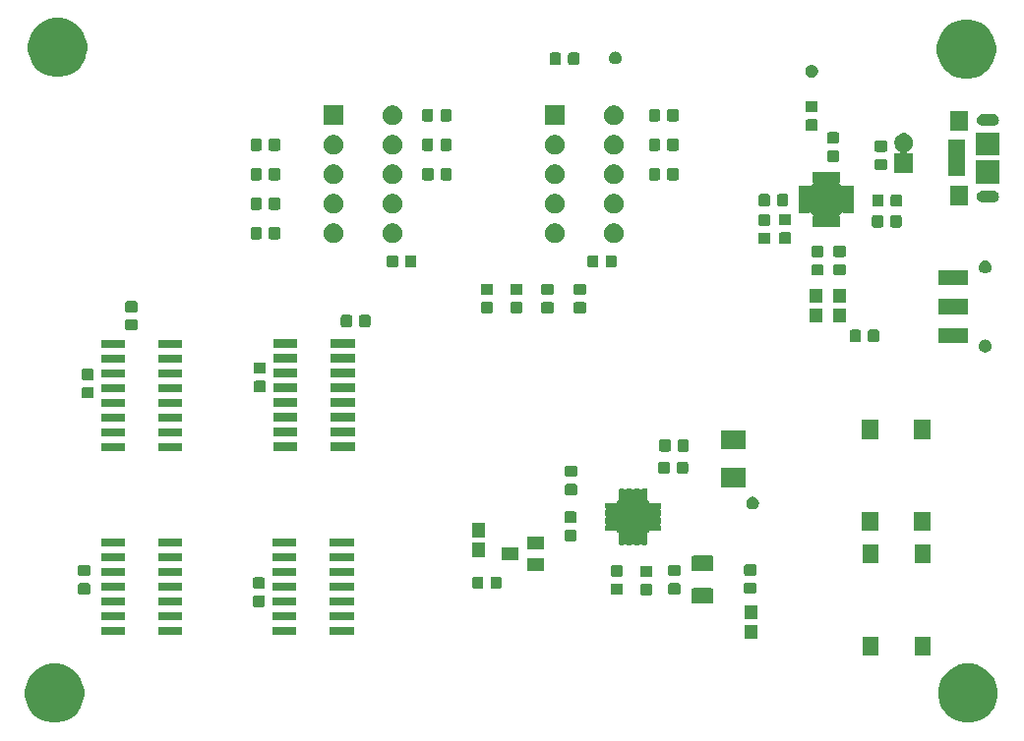
<source format=gts>
G04 #@! TF.GenerationSoftware,KiCad,Pcbnew,(5.1.5)-3*
G04 #@! TF.CreationDate,2020-07-10T17:57:17-06:00*
G04 #@! TF.ProjectId,CounterProject,436f756e-7465-4725-9072-6f6a6563742e,rev?*
G04 #@! TF.SameCoordinates,Original*
G04 #@! TF.FileFunction,Soldermask,Top*
G04 #@! TF.FilePolarity,Negative*
%FSLAX46Y46*%
G04 Gerber Fmt 4.6, Leading zero omitted, Abs format (unit mm)*
G04 Created by KiCad (PCBNEW (5.1.5)-3) date 2020-07-10 17:57:17*
%MOMM*%
%LPD*%
G04 APERTURE LIST*
%ADD10C,0.100000*%
G04 APERTURE END LIST*
D10*
G36*
X144254098Y-145121033D02*
G01*
X144718350Y-145313332D01*
X144718352Y-145313333D01*
X145136168Y-145592509D01*
X145491491Y-145947832D01*
X145770667Y-146365648D01*
X145770668Y-146365650D01*
X145962967Y-146829902D01*
X146061000Y-147322747D01*
X146061000Y-147825253D01*
X145962967Y-148318098D01*
X145770668Y-148782350D01*
X145770667Y-148782352D01*
X145491491Y-149200168D01*
X145136168Y-149555491D01*
X144718352Y-149834667D01*
X144718351Y-149834668D01*
X144718350Y-149834668D01*
X144254098Y-150026967D01*
X143761253Y-150125000D01*
X143258747Y-150125000D01*
X142765902Y-150026967D01*
X142301650Y-149834668D01*
X142301649Y-149834668D01*
X142301648Y-149834667D01*
X141883832Y-149555491D01*
X141528509Y-149200168D01*
X141249333Y-148782352D01*
X141249332Y-148782350D01*
X141057033Y-148318098D01*
X140959000Y-147825253D01*
X140959000Y-147322747D01*
X141057033Y-146829902D01*
X141249332Y-146365650D01*
X141249333Y-146365648D01*
X141528509Y-145947832D01*
X141883832Y-145592509D01*
X142301648Y-145313333D01*
X142301650Y-145313332D01*
X142765902Y-145121033D01*
X143258747Y-145023000D01*
X143761253Y-145023000D01*
X144254098Y-145121033D01*
G37*
G36*
X65641098Y-145121033D02*
G01*
X66105350Y-145313332D01*
X66105352Y-145313333D01*
X66523168Y-145592509D01*
X66878491Y-145947832D01*
X67157667Y-146365648D01*
X67157668Y-146365650D01*
X67349967Y-146829902D01*
X67448000Y-147322747D01*
X67448000Y-147825253D01*
X67349967Y-148318098D01*
X67157668Y-148782350D01*
X67157667Y-148782352D01*
X66878491Y-149200168D01*
X66523168Y-149555491D01*
X66105352Y-149834667D01*
X66105351Y-149834668D01*
X66105350Y-149834668D01*
X65641098Y-150026967D01*
X65148253Y-150125000D01*
X64645747Y-150125000D01*
X64152902Y-150026967D01*
X63688650Y-149834668D01*
X63688649Y-149834668D01*
X63688648Y-149834667D01*
X63270832Y-149555491D01*
X62915509Y-149200168D01*
X62636333Y-148782352D01*
X62636332Y-148782350D01*
X62444033Y-148318098D01*
X62346000Y-147825253D01*
X62346000Y-147322747D01*
X62444033Y-146829902D01*
X62636332Y-146365650D01*
X62636333Y-146365648D01*
X62915509Y-145947832D01*
X63270832Y-145592509D01*
X63688648Y-145313333D01*
X63688650Y-145313332D01*
X64152902Y-145121033D01*
X64645747Y-145023000D01*
X65148253Y-145023000D01*
X65641098Y-145121033D01*
G37*
G36*
X140329000Y-144336000D02*
G01*
X138927000Y-144336000D01*
X138927000Y-142684000D01*
X140329000Y-142684000D01*
X140329000Y-144336000D01*
G37*
G36*
X135829000Y-144336000D02*
G01*
X134427000Y-144336000D01*
X134427000Y-142684000D01*
X135829000Y-142684000D01*
X135829000Y-144336000D01*
G37*
G36*
X125392000Y-142916300D02*
G01*
X124290000Y-142916300D01*
X124290000Y-141714300D01*
X125392000Y-141714300D01*
X125392000Y-142916300D01*
G37*
G36*
X75901000Y-142591000D02*
G01*
X73829000Y-142591000D01*
X73829000Y-141889000D01*
X75901000Y-141889000D01*
X75901000Y-142591000D01*
G37*
G36*
X70951000Y-142591000D02*
G01*
X68879000Y-142591000D01*
X68879000Y-141889000D01*
X70951000Y-141889000D01*
X70951000Y-142591000D01*
G37*
G36*
X90669600Y-142540200D02*
G01*
X88597600Y-142540200D01*
X88597600Y-141838200D01*
X90669600Y-141838200D01*
X90669600Y-142540200D01*
G37*
G36*
X85719600Y-142540200D02*
G01*
X83647600Y-142540200D01*
X83647600Y-141838200D01*
X85719600Y-141838200D01*
X85719600Y-142540200D01*
G37*
G36*
X75901000Y-141321000D02*
G01*
X73829000Y-141321000D01*
X73829000Y-140619000D01*
X75901000Y-140619000D01*
X75901000Y-141321000D01*
G37*
G36*
X70951000Y-141321000D02*
G01*
X68879000Y-141321000D01*
X68879000Y-140619000D01*
X70951000Y-140619000D01*
X70951000Y-141321000D01*
G37*
G36*
X90669600Y-141270200D02*
G01*
X88597600Y-141270200D01*
X88597600Y-140568200D01*
X90669600Y-140568200D01*
X90669600Y-141270200D01*
G37*
G36*
X85719600Y-141270200D02*
G01*
X83647600Y-141270200D01*
X83647600Y-140568200D01*
X85719600Y-140568200D01*
X85719600Y-141270200D01*
G37*
G36*
X125392000Y-141216300D02*
G01*
X124290000Y-141216300D01*
X124290000Y-140014300D01*
X125392000Y-140014300D01*
X125392000Y-141216300D01*
G37*
G36*
X82866091Y-139177585D02*
G01*
X82900069Y-139187893D01*
X82931390Y-139204634D01*
X82958839Y-139227161D01*
X82981366Y-139254610D01*
X82998107Y-139285931D01*
X83008415Y-139319909D01*
X83012500Y-139361390D01*
X83012500Y-139962610D01*
X83008415Y-140004091D01*
X82998107Y-140038069D01*
X82981366Y-140069390D01*
X82958839Y-140096839D01*
X82931390Y-140119366D01*
X82900069Y-140136107D01*
X82866091Y-140146415D01*
X82824610Y-140150500D01*
X82148390Y-140150500D01*
X82106909Y-140146415D01*
X82072931Y-140136107D01*
X82041610Y-140119366D01*
X82014161Y-140096839D01*
X81991634Y-140069390D01*
X81974893Y-140038069D01*
X81964585Y-140004091D01*
X81960500Y-139962610D01*
X81960500Y-139361390D01*
X81964585Y-139319909D01*
X81974893Y-139285931D01*
X81991634Y-139254610D01*
X82014161Y-139227161D01*
X82041610Y-139204634D01*
X82072931Y-139187893D01*
X82106909Y-139177585D01*
X82148390Y-139173500D01*
X82824610Y-139173500D01*
X82866091Y-139177585D01*
G37*
G36*
X70951000Y-140051000D02*
G01*
X68879000Y-140051000D01*
X68879000Y-139349000D01*
X70951000Y-139349000D01*
X70951000Y-140051000D01*
G37*
G36*
X75901000Y-140051000D02*
G01*
X73829000Y-140051000D01*
X73829000Y-139349000D01*
X75901000Y-139349000D01*
X75901000Y-140051000D01*
G37*
G36*
X85719600Y-140000200D02*
G01*
X83647600Y-140000200D01*
X83647600Y-139298200D01*
X85719600Y-139298200D01*
X85719600Y-140000200D01*
G37*
G36*
X90669600Y-140000200D02*
G01*
X88597600Y-140000200D01*
X88597600Y-139298200D01*
X90669600Y-139298200D01*
X90669600Y-140000200D01*
G37*
G36*
X121418604Y-138523347D02*
G01*
X121455144Y-138534432D01*
X121488821Y-138552433D01*
X121518341Y-138576659D01*
X121542567Y-138606179D01*
X121560568Y-138639856D01*
X121571653Y-138676396D01*
X121576000Y-138720538D01*
X121576000Y-139669462D01*
X121571653Y-139713604D01*
X121560568Y-139750144D01*
X121542567Y-139783821D01*
X121518341Y-139813341D01*
X121488821Y-139837567D01*
X121455144Y-139855568D01*
X121418604Y-139866653D01*
X121374462Y-139871000D01*
X119925538Y-139871000D01*
X119881396Y-139866653D01*
X119844856Y-139855568D01*
X119811179Y-139837567D01*
X119781659Y-139813341D01*
X119757433Y-139783821D01*
X119739432Y-139750144D01*
X119728347Y-139713604D01*
X119724000Y-139669462D01*
X119724000Y-138720538D01*
X119728347Y-138676396D01*
X119739432Y-138639856D01*
X119757433Y-138606179D01*
X119781659Y-138576659D01*
X119811179Y-138552433D01*
X119844856Y-138534432D01*
X119881396Y-138523347D01*
X119925538Y-138519000D01*
X121374462Y-138519000D01*
X121418604Y-138523347D01*
G37*
G36*
X116203591Y-138174285D02*
G01*
X116237569Y-138184593D01*
X116268890Y-138201334D01*
X116296339Y-138223861D01*
X116318866Y-138251310D01*
X116335607Y-138282631D01*
X116345915Y-138316609D01*
X116350000Y-138358090D01*
X116350000Y-138959310D01*
X116345915Y-139000791D01*
X116335607Y-139034769D01*
X116318866Y-139066090D01*
X116296339Y-139093539D01*
X116268890Y-139116066D01*
X116237569Y-139132807D01*
X116203591Y-139143115D01*
X116162110Y-139147200D01*
X115485890Y-139147200D01*
X115444409Y-139143115D01*
X115410431Y-139132807D01*
X115379110Y-139116066D01*
X115351661Y-139093539D01*
X115329134Y-139066090D01*
X115312393Y-139034769D01*
X115302085Y-139000791D01*
X115298000Y-138959310D01*
X115298000Y-138358090D01*
X115302085Y-138316609D01*
X115312393Y-138282631D01*
X115329134Y-138251310D01*
X115351661Y-138223861D01*
X115379110Y-138201334D01*
X115410431Y-138184593D01*
X115444409Y-138174285D01*
X115485890Y-138170200D01*
X116162110Y-138170200D01*
X116203591Y-138174285D01*
G37*
G36*
X113663591Y-138123585D02*
G01*
X113697569Y-138133893D01*
X113728890Y-138150634D01*
X113756339Y-138173161D01*
X113778866Y-138200610D01*
X113795607Y-138231931D01*
X113805915Y-138265909D01*
X113810000Y-138307390D01*
X113810000Y-138908610D01*
X113805915Y-138950091D01*
X113795607Y-138984069D01*
X113778866Y-139015390D01*
X113756339Y-139042839D01*
X113728890Y-139065366D01*
X113697569Y-139082107D01*
X113663591Y-139092415D01*
X113622110Y-139096500D01*
X112945890Y-139096500D01*
X112904409Y-139092415D01*
X112870431Y-139082107D01*
X112839110Y-139065366D01*
X112811661Y-139042839D01*
X112789134Y-139015390D01*
X112772393Y-138984069D01*
X112762085Y-138950091D01*
X112758000Y-138908610D01*
X112758000Y-138307390D01*
X112762085Y-138265909D01*
X112772393Y-138231931D01*
X112789134Y-138200610D01*
X112811661Y-138173161D01*
X112839110Y-138150634D01*
X112870431Y-138133893D01*
X112904409Y-138123585D01*
X112945890Y-138119500D01*
X113622110Y-138119500D01*
X113663591Y-138123585D01*
G37*
G36*
X67816591Y-138098085D02*
G01*
X67850569Y-138108393D01*
X67881890Y-138125134D01*
X67909339Y-138147661D01*
X67931866Y-138175110D01*
X67948607Y-138206431D01*
X67958915Y-138240409D01*
X67963000Y-138281890D01*
X67963000Y-138883110D01*
X67958915Y-138924591D01*
X67948607Y-138958569D01*
X67931866Y-138989890D01*
X67909339Y-139017339D01*
X67881890Y-139039866D01*
X67850569Y-139056607D01*
X67816591Y-139066915D01*
X67775110Y-139071000D01*
X67098890Y-139071000D01*
X67057409Y-139066915D01*
X67023431Y-139056607D01*
X66992110Y-139039866D01*
X66964661Y-139017339D01*
X66942134Y-138989890D01*
X66925393Y-138958569D01*
X66915085Y-138924591D01*
X66911000Y-138883110D01*
X66911000Y-138281890D01*
X66915085Y-138240409D01*
X66925393Y-138206431D01*
X66942134Y-138175110D01*
X66964661Y-138147661D01*
X66992110Y-138125134D01*
X67023431Y-138108393D01*
X67057409Y-138098085D01*
X67098890Y-138094000D01*
X67775110Y-138094000D01*
X67816591Y-138098085D01*
G37*
G36*
X118616591Y-138098085D02*
G01*
X118650569Y-138108393D01*
X118681890Y-138125134D01*
X118709339Y-138147661D01*
X118731866Y-138175110D01*
X118748607Y-138206431D01*
X118758915Y-138240409D01*
X118763000Y-138281890D01*
X118763000Y-138883110D01*
X118758915Y-138924591D01*
X118748607Y-138958569D01*
X118731866Y-138989890D01*
X118709339Y-139017339D01*
X118681890Y-139039866D01*
X118650569Y-139056607D01*
X118616591Y-139066915D01*
X118575110Y-139071000D01*
X117898890Y-139071000D01*
X117857409Y-139066915D01*
X117823431Y-139056607D01*
X117792110Y-139039866D01*
X117764661Y-139017339D01*
X117742134Y-138989890D01*
X117725393Y-138958569D01*
X117715085Y-138924591D01*
X117711000Y-138883110D01*
X117711000Y-138281890D01*
X117715085Y-138240409D01*
X117725393Y-138206431D01*
X117742134Y-138175110D01*
X117764661Y-138147661D01*
X117792110Y-138125134D01*
X117823431Y-138108393D01*
X117857409Y-138098085D01*
X117898890Y-138094000D01*
X118575110Y-138094000D01*
X118616591Y-138098085D01*
G37*
G36*
X125144391Y-138047185D02*
G01*
X125178369Y-138057493D01*
X125209690Y-138074234D01*
X125237139Y-138096761D01*
X125259666Y-138124210D01*
X125276407Y-138155531D01*
X125286715Y-138189509D01*
X125290800Y-138230990D01*
X125290800Y-138832210D01*
X125286715Y-138873691D01*
X125276407Y-138907669D01*
X125259666Y-138938990D01*
X125237139Y-138966439D01*
X125209690Y-138988966D01*
X125178369Y-139005707D01*
X125144391Y-139016015D01*
X125102910Y-139020100D01*
X124426690Y-139020100D01*
X124385209Y-139016015D01*
X124351231Y-139005707D01*
X124319910Y-138988966D01*
X124292461Y-138966439D01*
X124269934Y-138938990D01*
X124253193Y-138907669D01*
X124242885Y-138873691D01*
X124238800Y-138832210D01*
X124238800Y-138230990D01*
X124242885Y-138189509D01*
X124253193Y-138155531D01*
X124269934Y-138124210D01*
X124292461Y-138096761D01*
X124319910Y-138074234D01*
X124351231Y-138057493D01*
X124385209Y-138047185D01*
X124426690Y-138043100D01*
X125102910Y-138043100D01*
X125144391Y-138047185D01*
G37*
G36*
X75901000Y-138781000D02*
G01*
X73829000Y-138781000D01*
X73829000Y-138079000D01*
X75901000Y-138079000D01*
X75901000Y-138781000D01*
G37*
G36*
X70951000Y-138781000D02*
G01*
X68879000Y-138781000D01*
X68879000Y-138079000D01*
X70951000Y-138079000D01*
X70951000Y-138781000D01*
G37*
G36*
X90669600Y-138730200D02*
G01*
X88597600Y-138730200D01*
X88597600Y-138028200D01*
X90669600Y-138028200D01*
X90669600Y-138730200D01*
G37*
G36*
X85719600Y-138730200D02*
G01*
X83647600Y-138730200D01*
X83647600Y-138028200D01*
X85719600Y-138028200D01*
X85719600Y-138730200D01*
G37*
G36*
X82866091Y-137602585D02*
G01*
X82900069Y-137612893D01*
X82931390Y-137629634D01*
X82958839Y-137652161D01*
X82981366Y-137679610D01*
X82998107Y-137710931D01*
X83008415Y-137744909D01*
X83012500Y-137786390D01*
X83012500Y-138387610D01*
X83008415Y-138429091D01*
X82998107Y-138463069D01*
X82981366Y-138494390D01*
X82958839Y-138521839D01*
X82931390Y-138544366D01*
X82900069Y-138561107D01*
X82866091Y-138571415D01*
X82824610Y-138575500D01*
X82148390Y-138575500D01*
X82106909Y-138571415D01*
X82072931Y-138561107D01*
X82041610Y-138544366D01*
X82014161Y-138521839D01*
X81991634Y-138494390D01*
X81974893Y-138463069D01*
X81964585Y-138429091D01*
X81960500Y-138387610D01*
X81960500Y-137786390D01*
X81964585Y-137744909D01*
X81974893Y-137710931D01*
X81991634Y-137679610D01*
X82014161Y-137652161D01*
X82041610Y-137629634D01*
X82072931Y-137612893D01*
X82106909Y-137602585D01*
X82148390Y-137598500D01*
X82824610Y-137598500D01*
X82866091Y-137602585D01*
G37*
G36*
X103237591Y-137527085D02*
G01*
X103271569Y-137537393D01*
X103302890Y-137554134D01*
X103330339Y-137576661D01*
X103352866Y-137604110D01*
X103369607Y-137635431D01*
X103379915Y-137669409D01*
X103384000Y-137710890D01*
X103384000Y-138387110D01*
X103379915Y-138428591D01*
X103369607Y-138462569D01*
X103352866Y-138493890D01*
X103330339Y-138521339D01*
X103302890Y-138543866D01*
X103271569Y-138560607D01*
X103237591Y-138570915D01*
X103196110Y-138575000D01*
X102594890Y-138575000D01*
X102553409Y-138570915D01*
X102519431Y-138560607D01*
X102488110Y-138543866D01*
X102460661Y-138521339D01*
X102438134Y-138493890D01*
X102421393Y-138462569D01*
X102411085Y-138428591D01*
X102407000Y-138387110D01*
X102407000Y-137710890D01*
X102411085Y-137669409D01*
X102421393Y-137635431D01*
X102438134Y-137604110D01*
X102460661Y-137576661D01*
X102488110Y-137554134D01*
X102519431Y-137537393D01*
X102553409Y-137527085D01*
X102594890Y-137523000D01*
X103196110Y-137523000D01*
X103237591Y-137527085D01*
G37*
G36*
X101662591Y-137527085D02*
G01*
X101696569Y-137537393D01*
X101727890Y-137554134D01*
X101755339Y-137576661D01*
X101777866Y-137604110D01*
X101794607Y-137635431D01*
X101804915Y-137669409D01*
X101809000Y-137710890D01*
X101809000Y-138387110D01*
X101804915Y-138428591D01*
X101794607Y-138462569D01*
X101777866Y-138493890D01*
X101755339Y-138521339D01*
X101727890Y-138543866D01*
X101696569Y-138560607D01*
X101662591Y-138570915D01*
X101621110Y-138575000D01*
X101019890Y-138575000D01*
X100978409Y-138570915D01*
X100944431Y-138560607D01*
X100913110Y-138543866D01*
X100885661Y-138521339D01*
X100863134Y-138493890D01*
X100846393Y-138462569D01*
X100836085Y-138428591D01*
X100832000Y-138387110D01*
X100832000Y-137710890D01*
X100836085Y-137669409D01*
X100846393Y-137635431D01*
X100863134Y-137604110D01*
X100885661Y-137576661D01*
X100913110Y-137554134D01*
X100944431Y-137537393D01*
X100978409Y-137527085D01*
X101019890Y-137523000D01*
X101621110Y-137523000D01*
X101662591Y-137527085D01*
G37*
G36*
X116203591Y-136599285D02*
G01*
X116237569Y-136609593D01*
X116268890Y-136626334D01*
X116296339Y-136648861D01*
X116318866Y-136676310D01*
X116335607Y-136707631D01*
X116345915Y-136741609D01*
X116350000Y-136783090D01*
X116350000Y-137384310D01*
X116345915Y-137425791D01*
X116335607Y-137459769D01*
X116318866Y-137491090D01*
X116296339Y-137518539D01*
X116268890Y-137541066D01*
X116237569Y-137557807D01*
X116203591Y-137568115D01*
X116162110Y-137572200D01*
X115485890Y-137572200D01*
X115444409Y-137568115D01*
X115410431Y-137557807D01*
X115379110Y-137541066D01*
X115351661Y-137518539D01*
X115329134Y-137491090D01*
X115312393Y-137459769D01*
X115302085Y-137425791D01*
X115298000Y-137384310D01*
X115298000Y-136783090D01*
X115302085Y-136741609D01*
X115312393Y-136707631D01*
X115329134Y-136676310D01*
X115351661Y-136648861D01*
X115379110Y-136626334D01*
X115410431Y-136609593D01*
X115444409Y-136599285D01*
X115485890Y-136595200D01*
X116162110Y-136595200D01*
X116203591Y-136599285D01*
G37*
G36*
X113663591Y-136548585D02*
G01*
X113697569Y-136558893D01*
X113728890Y-136575634D01*
X113756339Y-136598161D01*
X113778866Y-136625610D01*
X113795607Y-136656931D01*
X113805915Y-136690909D01*
X113810000Y-136732390D01*
X113810000Y-137333610D01*
X113805915Y-137375091D01*
X113795607Y-137409069D01*
X113778866Y-137440390D01*
X113756339Y-137467839D01*
X113728890Y-137490366D01*
X113697569Y-137507107D01*
X113663591Y-137517415D01*
X113622110Y-137521500D01*
X112945890Y-137521500D01*
X112904409Y-137517415D01*
X112870431Y-137507107D01*
X112839110Y-137490366D01*
X112811661Y-137467839D01*
X112789134Y-137440390D01*
X112772393Y-137409069D01*
X112762085Y-137375091D01*
X112758000Y-137333610D01*
X112758000Y-136732390D01*
X112762085Y-136690909D01*
X112772393Y-136656931D01*
X112789134Y-136625610D01*
X112811661Y-136598161D01*
X112839110Y-136575634D01*
X112870431Y-136558893D01*
X112904409Y-136548585D01*
X112945890Y-136544500D01*
X113622110Y-136544500D01*
X113663591Y-136548585D01*
G37*
G36*
X70951000Y-137511000D02*
G01*
X68879000Y-137511000D01*
X68879000Y-136809000D01*
X70951000Y-136809000D01*
X70951000Y-137511000D01*
G37*
G36*
X75901000Y-137511000D02*
G01*
X73829000Y-137511000D01*
X73829000Y-136809000D01*
X75901000Y-136809000D01*
X75901000Y-137511000D01*
G37*
G36*
X67816591Y-136523085D02*
G01*
X67850569Y-136533393D01*
X67881890Y-136550134D01*
X67909339Y-136572661D01*
X67931866Y-136600110D01*
X67948607Y-136631431D01*
X67958915Y-136665409D01*
X67963000Y-136706890D01*
X67963000Y-137308110D01*
X67958915Y-137349591D01*
X67948607Y-137383569D01*
X67931866Y-137414890D01*
X67909339Y-137442339D01*
X67881890Y-137464866D01*
X67850569Y-137481607D01*
X67816591Y-137491915D01*
X67775110Y-137496000D01*
X67098890Y-137496000D01*
X67057409Y-137491915D01*
X67023431Y-137481607D01*
X66992110Y-137464866D01*
X66964661Y-137442339D01*
X66942134Y-137414890D01*
X66925393Y-137383569D01*
X66915085Y-137349591D01*
X66911000Y-137308110D01*
X66911000Y-136706890D01*
X66915085Y-136665409D01*
X66925393Y-136631431D01*
X66942134Y-136600110D01*
X66964661Y-136572661D01*
X66992110Y-136550134D01*
X67023431Y-136533393D01*
X67057409Y-136523085D01*
X67098890Y-136519000D01*
X67775110Y-136519000D01*
X67816591Y-136523085D01*
G37*
G36*
X118616591Y-136523085D02*
G01*
X118650569Y-136533393D01*
X118681890Y-136550134D01*
X118709339Y-136572661D01*
X118731866Y-136600110D01*
X118748607Y-136631431D01*
X118758915Y-136665409D01*
X118763000Y-136706890D01*
X118763000Y-137308110D01*
X118758915Y-137349591D01*
X118748607Y-137383569D01*
X118731866Y-137414890D01*
X118709339Y-137442339D01*
X118681890Y-137464866D01*
X118650569Y-137481607D01*
X118616591Y-137491915D01*
X118575110Y-137496000D01*
X117898890Y-137496000D01*
X117857409Y-137491915D01*
X117823431Y-137481607D01*
X117792110Y-137464866D01*
X117764661Y-137442339D01*
X117742134Y-137414890D01*
X117725393Y-137383569D01*
X117715085Y-137349591D01*
X117711000Y-137308110D01*
X117711000Y-136706890D01*
X117715085Y-136665409D01*
X117725393Y-136631431D01*
X117742134Y-136600110D01*
X117764661Y-136572661D01*
X117792110Y-136550134D01*
X117823431Y-136533393D01*
X117857409Y-136523085D01*
X117898890Y-136519000D01*
X118575110Y-136519000D01*
X118616591Y-136523085D01*
G37*
G36*
X90669600Y-137460200D02*
G01*
X88597600Y-137460200D01*
X88597600Y-136758200D01*
X90669600Y-136758200D01*
X90669600Y-137460200D01*
G37*
G36*
X85719600Y-137460200D02*
G01*
X83647600Y-137460200D01*
X83647600Y-136758200D01*
X85719600Y-136758200D01*
X85719600Y-137460200D01*
G37*
G36*
X125144391Y-136472185D02*
G01*
X125178369Y-136482493D01*
X125209690Y-136499234D01*
X125237139Y-136521761D01*
X125259666Y-136549210D01*
X125276407Y-136580531D01*
X125286715Y-136614509D01*
X125290800Y-136655990D01*
X125290800Y-137257210D01*
X125286715Y-137298691D01*
X125276407Y-137332669D01*
X125259666Y-137363990D01*
X125237139Y-137391439D01*
X125209690Y-137413966D01*
X125178369Y-137430707D01*
X125144391Y-137441015D01*
X125102910Y-137445100D01*
X124426690Y-137445100D01*
X124385209Y-137441015D01*
X124351231Y-137430707D01*
X124319910Y-137413966D01*
X124292461Y-137391439D01*
X124269934Y-137363990D01*
X124253193Y-137332669D01*
X124242885Y-137298691D01*
X124238800Y-137257210D01*
X124238800Y-136655990D01*
X124242885Y-136614509D01*
X124253193Y-136580531D01*
X124269934Y-136549210D01*
X124292461Y-136521761D01*
X124319910Y-136499234D01*
X124351231Y-136482493D01*
X124385209Y-136472185D01*
X124426690Y-136468100D01*
X125102910Y-136468100D01*
X125144391Y-136472185D01*
G37*
G36*
X121418604Y-135723347D02*
G01*
X121455144Y-135734432D01*
X121488821Y-135752433D01*
X121518341Y-135776659D01*
X121542567Y-135806179D01*
X121560568Y-135839856D01*
X121571653Y-135876396D01*
X121576000Y-135920538D01*
X121576000Y-136869462D01*
X121571653Y-136913604D01*
X121560568Y-136950144D01*
X121542567Y-136983821D01*
X121518341Y-137013341D01*
X121488821Y-137037567D01*
X121455144Y-137055568D01*
X121418604Y-137066653D01*
X121374462Y-137071000D01*
X119925538Y-137071000D01*
X119881396Y-137066653D01*
X119844856Y-137055568D01*
X119811179Y-137037567D01*
X119781659Y-137013341D01*
X119757433Y-136983821D01*
X119739432Y-136950144D01*
X119728347Y-136913604D01*
X119724000Y-136869462D01*
X119724000Y-135920538D01*
X119728347Y-135876396D01*
X119739432Y-135839856D01*
X119757433Y-135806179D01*
X119781659Y-135776659D01*
X119811179Y-135752433D01*
X119844856Y-135734432D01*
X119881396Y-135723347D01*
X119925538Y-135719000D01*
X121374462Y-135719000D01*
X121418604Y-135723347D01*
G37*
G36*
X107050000Y-137071000D02*
G01*
X105548000Y-137071000D01*
X105548000Y-135969000D01*
X107050000Y-135969000D01*
X107050000Y-137071000D01*
G37*
G36*
X140329000Y-136386000D02*
G01*
X138927000Y-136386000D01*
X138927000Y-134734000D01*
X140329000Y-134734000D01*
X140329000Y-136386000D01*
G37*
G36*
X135829000Y-136386000D02*
G01*
X134427000Y-136386000D01*
X134427000Y-134734000D01*
X135829000Y-134734000D01*
X135829000Y-136386000D01*
G37*
G36*
X75901000Y-136241000D02*
G01*
X73829000Y-136241000D01*
X73829000Y-135539000D01*
X75901000Y-135539000D01*
X75901000Y-136241000D01*
G37*
G36*
X70951000Y-136241000D02*
G01*
X68879000Y-136241000D01*
X68879000Y-135539000D01*
X70951000Y-135539000D01*
X70951000Y-136241000D01*
G37*
G36*
X85719600Y-136190200D02*
G01*
X83647600Y-136190200D01*
X83647600Y-135488200D01*
X85719600Y-135488200D01*
X85719600Y-136190200D01*
G37*
G36*
X90669600Y-136190200D02*
G01*
X88597600Y-136190200D01*
X88597600Y-135488200D01*
X90669600Y-135488200D01*
X90669600Y-136190200D01*
G37*
G36*
X104850000Y-136121000D02*
G01*
X103348000Y-136121000D01*
X103348000Y-135019000D01*
X104850000Y-135019000D01*
X104850000Y-136121000D01*
G37*
G36*
X101897000Y-135829700D02*
G01*
X100795000Y-135829700D01*
X100795000Y-134627700D01*
X101897000Y-134627700D01*
X101897000Y-135829700D01*
G37*
G36*
X107050000Y-135171000D02*
G01*
X105548000Y-135171000D01*
X105548000Y-134069000D01*
X107050000Y-134069000D01*
X107050000Y-135171000D01*
G37*
G36*
X75901000Y-134971000D02*
G01*
X73829000Y-134971000D01*
X73829000Y-134269000D01*
X75901000Y-134269000D01*
X75901000Y-134971000D01*
G37*
G36*
X70951000Y-134971000D02*
G01*
X68879000Y-134971000D01*
X68879000Y-134269000D01*
X70951000Y-134269000D01*
X70951000Y-134971000D01*
G37*
G36*
X90669600Y-134920200D02*
G01*
X88597600Y-134920200D01*
X88597600Y-134218200D01*
X90669600Y-134218200D01*
X90669600Y-134920200D01*
G37*
G36*
X85719600Y-134920200D02*
G01*
X83647600Y-134920200D01*
X83647600Y-134218200D01*
X85719600Y-134218200D01*
X85719600Y-134920200D01*
G37*
G36*
X113891232Y-129960363D02*
G01*
X113900595Y-129963203D01*
X113909224Y-129967816D01*
X113916782Y-129974018D01*
X113925979Y-129985225D01*
X113934374Y-129997790D01*
X113951701Y-130015117D01*
X113972076Y-130028731D01*
X113994714Y-130038109D01*
X114018748Y-130042889D01*
X114043252Y-130042889D01*
X114067285Y-130038109D01*
X114089924Y-130028731D01*
X114110298Y-130015118D01*
X114127625Y-129997791D01*
X114136021Y-129985226D01*
X114145218Y-129974018D01*
X114152776Y-129967816D01*
X114161405Y-129963203D01*
X114170768Y-129960363D01*
X114186640Y-129958800D01*
X114525360Y-129958800D01*
X114541232Y-129960363D01*
X114550595Y-129963203D01*
X114559224Y-129967816D01*
X114566782Y-129974018D01*
X114575979Y-129985225D01*
X114584374Y-129997790D01*
X114601701Y-130015117D01*
X114622076Y-130028731D01*
X114644714Y-130038109D01*
X114668748Y-130042889D01*
X114693252Y-130042889D01*
X114717285Y-130038109D01*
X114739924Y-130028731D01*
X114760298Y-130015118D01*
X114777625Y-129997791D01*
X114786021Y-129985226D01*
X114795218Y-129974018D01*
X114802776Y-129967816D01*
X114811405Y-129963203D01*
X114820768Y-129960363D01*
X114836640Y-129958800D01*
X115175360Y-129958800D01*
X115191232Y-129960363D01*
X115200595Y-129963203D01*
X115209224Y-129967816D01*
X115216782Y-129974018D01*
X115225979Y-129985225D01*
X115234374Y-129997790D01*
X115251701Y-130015117D01*
X115272076Y-130028731D01*
X115294714Y-130038109D01*
X115318748Y-130042889D01*
X115343252Y-130042889D01*
X115367285Y-130038109D01*
X115389924Y-130028731D01*
X115410298Y-130015118D01*
X115427625Y-129997791D01*
X115436021Y-129985226D01*
X115445218Y-129974018D01*
X115452776Y-129967816D01*
X115461405Y-129963203D01*
X115470768Y-129960363D01*
X115486640Y-129958800D01*
X115825360Y-129958800D01*
X115841232Y-129960363D01*
X115850595Y-129963203D01*
X115859224Y-129967816D01*
X115866782Y-129974018D01*
X115872984Y-129981576D01*
X115877597Y-129990205D01*
X115880437Y-129999568D01*
X115882000Y-130015440D01*
X115882000Y-130829160D01*
X115879419Y-130855369D01*
X115878676Y-130859101D01*
X115878672Y-130883605D01*
X115883450Y-130907639D01*
X115892824Y-130930279D01*
X115906435Y-130950656D01*
X115923759Y-130967985D01*
X115944132Y-130981601D01*
X115966787Y-130990987D01*
X115984485Y-130996355D01*
X116011623Y-131010862D01*
X116035414Y-131030386D01*
X116054938Y-131054177D01*
X116069445Y-131081315D01*
X116074813Y-131099013D01*
X116084190Y-131121652D01*
X116097804Y-131142026D01*
X116115130Y-131159354D01*
X116135505Y-131172968D01*
X116158143Y-131182345D01*
X116182177Y-131187126D01*
X116206681Y-131187126D01*
X116210418Y-131186382D01*
X116236640Y-131183800D01*
X117050360Y-131183800D01*
X117066232Y-131185363D01*
X117075595Y-131188203D01*
X117084224Y-131192816D01*
X117091782Y-131199018D01*
X117097984Y-131206576D01*
X117102597Y-131215205D01*
X117105437Y-131224568D01*
X117107000Y-131240440D01*
X117107000Y-131579160D01*
X117105437Y-131595032D01*
X117102597Y-131604395D01*
X117097984Y-131613024D01*
X117091782Y-131620582D01*
X117080575Y-131629779D01*
X117068010Y-131638174D01*
X117050683Y-131655501D01*
X117037069Y-131675876D01*
X117027691Y-131698514D01*
X117022911Y-131722548D01*
X117022911Y-131747052D01*
X117027691Y-131771085D01*
X117037069Y-131793724D01*
X117050682Y-131814098D01*
X117068009Y-131831425D01*
X117080574Y-131839821D01*
X117091782Y-131849018D01*
X117097984Y-131856576D01*
X117102597Y-131865205D01*
X117105437Y-131874568D01*
X117107000Y-131890440D01*
X117107000Y-132229160D01*
X117105437Y-132245032D01*
X117102597Y-132254395D01*
X117097984Y-132263024D01*
X117091782Y-132270582D01*
X117080575Y-132279779D01*
X117068010Y-132288174D01*
X117050683Y-132305501D01*
X117037069Y-132325876D01*
X117027691Y-132348514D01*
X117022911Y-132372548D01*
X117022911Y-132397052D01*
X117027691Y-132421085D01*
X117037069Y-132443724D01*
X117050682Y-132464098D01*
X117068009Y-132481425D01*
X117080574Y-132489821D01*
X117091782Y-132499018D01*
X117097984Y-132506576D01*
X117102597Y-132515205D01*
X117105437Y-132524568D01*
X117107000Y-132540440D01*
X117107000Y-132879160D01*
X117105437Y-132895032D01*
X117102597Y-132904395D01*
X117097984Y-132913024D01*
X117091782Y-132920582D01*
X117080575Y-132929779D01*
X117068010Y-132938174D01*
X117050683Y-132955501D01*
X117037069Y-132975876D01*
X117027691Y-132998514D01*
X117022911Y-133022548D01*
X117022911Y-133047052D01*
X117027691Y-133071085D01*
X117037069Y-133093724D01*
X117050682Y-133114098D01*
X117068009Y-133131425D01*
X117080574Y-133139821D01*
X117091782Y-133149018D01*
X117097984Y-133156576D01*
X117102597Y-133165205D01*
X117105437Y-133174568D01*
X117107000Y-133190440D01*
X117107000Y-133529160D01*
X117105437Y-133545032D01*
X117102597Y-133554395D01*
X117097984Y-133563024D01*
X117091782Y-133570582D01*
X117084224Y-133576784D01*
X117075595Y-133581397D01*
X117066232Y-133584237D01*
X117050360Y-133585800D01*
X116236640Y-133585800D01*
X116210431Y-133583219D01*
X116206699Y-133582476D01*
X116182195Y-133582472D01*
X116158161Y-133587250D01*
X116135521Y-133596624D01*
X116115144Y-133610235D01*
X116097815Y-133627559D01*
X116084199Y-133647932D01*
X116074813Y-133670587D01*
X116069445Y-133688285D01*
X116054938Y-133715423D01*
X116035414Y-133739214D01*
X116011623Y-133758738D01*
X115984485Y-133773245D01*
X115966787Y-133778613D01*
X115944148Y-133787990D01*
X115923774Y-133801604D01*
X115906446Y-133818930D01*
X115892832Y-133839305D01*
X115883455Y-133861943D01*
X115878674Y-133885977D01*
X115878674Y-133910481D01*
X115879418Y-133914218D01*
X115882000Y-133940440D01*
X115882000Y-134754160D01*
X115880437Y-134770032D01*
X115877597Y-134779395D01*
X115872984Y-134788024D01*
X115866782Y-134795582D01*
X115859224Y-134801784D01*
X115850595Y-134806397D01*
X115841232Y-134809237D01*
X115825360Y-134810800D01*
X115486640Y-134810800D01*
X115470768Y-134809237D01*
X115461405Y-134806397D01*
X115452776Y-134801784D01*
X115445218Y-134795582D01*
X115436021Y-134784375D01*
X115427626Y-134771810D01*
X115410299Y-134754483D01*
X115389924Y-134740869D01*
X115367286Y-134731491D01*
X115343252Y-134726711D01*
X115318748Y-134726711D01*
X115294715Y-134731491D01*
X115272076Y-134740869D01*
X115251702Y-134754482D01*
X115234375Y-134771809D01*
X115225979Y-134784374D01*
X115216782Y-134795582D01*
X115209224Y-134801784D01*
X115200595Y-134806397D01*
X115191232Y-134809237D01*
X115175360Y-134810800D01*
X114836640Y-134810800D01*
X114820768Y-134809237D01*
X114811405Y-134806397D01*
X114802776Y-134801784D01*
X114795218Y-134795582D01*
X114786021Y-134784375D01*
X114777626Y-134771810D01*
X114760299Y-134754483D01*
X114739924Y-134740869D01*
X114717286Y-134731491D01*
X114693252Y-134726711D01*
X114668748Y-134726711D01*
X114644715Y-134731491D01*
X114622076Y-134740869D01*
X114601702Y-134754482D01*
X114584375Y-134771809D01*
X114575979Y-134784374D01*
X114566782Y-134795582D01*
X114559224Y-134801784D01*
X114550595Y-134806397D01*
X114541232Y-134809237D01*
X114525360Y-134810800D01*
X114186640Y-134810800D01*
X114170768Y-134809237D01*
X114161405Y-134806397D01*
X114152776Y-134801784D01*
X114145218Y-134795582D01*
X114136021Y-134784375D01*
X114127626Y-134771810D01*
X114110299Y-134754483D01*
X114089924Y-134740869D01*
X114067286Y-134731491D01*
X114043252Y-134726711D01*
X114018748Y-134726711D01*
X113994715Y-134731491D01*
X113972076Y-134740869D01*
X113951702Y-134754482D01*
X113934375Y-134771809D01*
X113925979Y-134784374D01*
X113916782Y-134795582D01*
X113909224Y-134801784D01*
X113900595Y-134806397D01*
X113891232Y-134809237D01*
X113875360Y-134810800D01*
X113536640Y-134810800D01*
X113520768Y-134809237D01*
X113511405Y-134806397D01*
X113502776Y-134801784D01*
X113495218Y-134795582D01*
X113489016Y-134788024D01*
X113484403Y-134779395D01*
X113481563Y-134770032D01*
X113480000Y-134754160D01*
X113480000Y-133940440D01*
X113482581Y-133914231D01*
X113483324Y-133910499D01*
X113483328Y-133885995D01*
X113478550Y-133861961D01*
X113469176Y-133839321D01*
X113455565Y-133818944D01*
X113438241Y-133801615D01*
X113417868Y-133787999D01*
X113395213Y-133778613D01*
X113377515Y-133773245D01*
X113350377Y-133758738D01*
X113326586Y-133739214D01*
X113307062Y-133715423D01*
X113292555Y-133688285D01*
X113287187Y-133670587D01*
X113277810Y-133647948D01*
X113264196Y-133627574D01*
X113246870Y-133610246D01*
X113226495Y-133596632D01*
X113203857Y-133587255D01*
X113179823Y-133582474D01*
X113155319Y-133582474D01*
X113151582Y-133583218D01*
X113125360Y-133585800D01*
X112311640Y-133585800D01*
X112295768Y-133584237D01*
X112286405Y-133581397D01*
X112277776Y-133576784D01*
X112270218Y-133570582D01*
X112264016Y-133563024D01*
X112259403Y-133554395D01*
X112256563Y-133545032D01*
X112255000Y-133529160D01*
X112255000Y-133190440D01*
X112256563Y-133174568D01*
X112259403Y-133165205D01*
X112264016Y-133156576D01*
X112270218Y-133149018D01*
X112281425Y-133139821D01*
X112293990Y-133131426D01*
X112311317Y-133114099D01*
X112324931Y-133093724D01*
X112334309Y-133071086D01*
X112339089Y-133047052D01*
X112339089Y-133022548D01*
X112334309Y-132998515D01*
X112324931Y-132975876D01*
X112311318Y-132955502D01*
X112293991Y-132938175D01*
X112281426Y-132929779D01*
X112270218Y-132920582D01*
X112264016Y-132913024D01*
X112259403Y-132904395D01*
X112256563Y-132895032D01*
X112255000Y-132879160D01*
X112255000Y-132540440D01*
X112256563Y-132524568D01*
X112259403Y-132515205D01*
X112264016Y-132506576D01*
X112270218Y-132499018D01*
X112281425Y-132489821D01*
X112293990Y-132481426D01*
X112311317Y-132464099D01*
X112324931Y-132443724D01*
X112334309Y-132421086D01*
X112339089Y-132397052D01*
X112339089Y-132372548D01*
X112334309Y-132348515D01*
X112324931Y-132325876D01*
X112311318Y-132305502D01*
X112293991Y-132288175D01*
X112281426Y-132279779D01*
X112270218Y-132270582D01*
X112264016Y-132263024D01*
X112259403Y-132254395D01*
X112256563Y-132245032D01*
X112255000Y-132229160D01*
X112255000Y-131890440D01*
X112256563Y-131874568D01*
X112259403Y-131865205D01*
X112264016Y-131856576D01*
X112270218Y-131849018D01*
X112281425Y-131839821D01*
X112293990Y-131831426D01*
X112311317Y-131814099D01*
X112324931Y-131793724D01*
X112334309Y-131771086D01*
X112339089Y-131747052D01*
X112339089Y-131722548D01*
X112334309Y-131698515D01*
X112324931Y-131675876D01*
X112311318Y-131655502D01*
X112293991Y-131638175D01*
X112281426Y-131629779D01*
X112270218Y-131620582D01*
X112264016Y-131613024D01*
X112259403Y-131604395D01*
X112256563Y-131595032D01*
X112255000Y-131579160D01*
X112255000Y-131240440D01*
X112256563Y-131224568D01*
X112259403Y-131215205D01*
X112264016Y-131206576D01*
X112270218Y-131199018D01*
X112277776Y-131192816D01*
X112286405Y-131188203D01*
X112295768Y-131185363D01*
X112311640Y-131183800D01*
X113125360Y-131183800D01*
X113151569Y-131186381D01*
X113155301Y-131187124D01*
X113179805Y-131187128D01*
X113203839Y-131182350D01*
X113226479Y-131172976D01*
X113246856Y-131159365D01*
X113264185Y-131142041D01*
X113277801Y-131121668D01*
X113287187Y-131099013D01*
X113292555Y-131081315D01*
X113307062Y-131054177D01*
X113326586Y-131030386D01*
X113350377Y-131010862D01*
X113377515Y-130996355D01*
X113395213Y-130990987D01*
X113417852Y-130981610D01*
X113438226Y-130967996D01*
X113455554Y-130950670D01*
X113469168Y-130930295D01*
X113478545Y-130907657D01*
X113483326Y-130883623D01*
X113483326Y-130859119D01*
X113482582Y-130855382D01*
X113480000Y-130829160D01*
X113480000Y-130015440D01*
X113481563Y-129999568D01*
X113484403Y-129990205D01*
X113489016Y-129981576D01*
X113495218Y-129974018D01*
X113502776Y-129967816D01*
X113511405Y-129963203D01*
X113520768Y-129960363D01*
X113536640Y-129958800D01*
X113875360Y-129958800D01*
X113891232Y-129960363D01*
G37*
G36*
X109675791Y-133500685D02*
G01*
X109709769Y-133510993D01*
X109741090Y-133527734D01*
X109768539Y-133550261D01*
X109791066Y-133577710D01*
X109807807Y-133609031D01*
X109818115Y-133643009D01*
X109822200Y-133684490D01*
X109822200Y-134285710D01*
X109818115Y-134327191D01*
X109807807Y-134361169D01*
X109791066Y-134392490D01*
X109768539Y-134419939D01*
X109741090Y-134442466D01*
X109709769Y-134459207D01*
X109675791Y-134469515D01*
X109634310Y-134473600D01*
X108958090Y-134473600D01*
X108916609Y-134469515D01*
X108882631Y-134459207D01*
X108851310Y-134442466D01*
X108823861Y-134419939D01*
X108801334Y-134392490D01*
X108784593Y-134361169D01*
X108774285Y-134327191D01*
X108770200Y-134285710D01*
X108770200Y-133684490D01*
X108774285Y-133643009D01*
X108784593Y-133609031D01*
X108801334Y-133577710D01*
X108823861Y-133550261D01*
X108851310Y-133527734D01*
X108882631Y-133510993D01*
X108916609Y-133500685D01*
X108958090Y-133496600D01*
X109634310Y-133496600D01*
X109675791Y-133500685D01*
G37*
G36*
X101897000Y-134129700D02*
G01*
X100795000Y-134129700D01*
X100795000Y-132927700D01*
X101897000Y-132927700D01*
X101897000Y-134129700D01*
G37*
G36*
X140274000Y-133617000D02*
G01*
X138872000Y-133617000D01*
X138872000Y-131965000D01*
X140274000Y-131965000D01*
X140274000Y-133617000D01*
G37*
G36*
X135774000Y-133617000D02*
G01*
X134372000Y-133617000D01*
X134372000Y-131965000D01*
X135774000Y-131965000D01*
X135774000Y-133617000D01*
G37*
G36*
X109675791Y-131925685D02*
G01*
X109709769Y-131935993D01*
X109741090Y-131952734D01*
X109768539Y-131975261D01*
X109791066Y-132002710D01*
X109807807Y-132034031D01*
X109818115Y-132068009D01*
X109822200Y-132109490D01*
X109822200Y-132710710D01*
X109818115Y-132752191D01*
X109807807Y-132786169D01*
X109791066Y-132817490D01*
X109768539Y-132844939D01*
X109741090Y-132867466D01*
X109709769Y-132884207D01*
X109675791Y-132894515D01*
X109634310Y-132898600D01*
X108958090Y-132898600D01*
X108916609Y-132894515D01*
X108882631Y-132884207D01*
X108851310Y-132867466D01*
X108823861Y-132844939D01*
X108801334Y-132817490D01*
X108784593Y-132786169D01*
X108774285Y-132752191D01*
X108770200Y-132710710D01*
X108770200Y-132109490D01*
X108774285Y-132068009D01*
X108784593Y-132034031D01*
X108801334Y-132002710D01*
X108823861Y-131975261D01*
X108851310Y-131952734D01*
X108882631Y-131935993D01*
X108916609Y-131925685D01*
X108958090Y-131921600D01*
X109634310Y-131921600D01*
X109675791Y-131925685D01*
G37*
G36*
X125128721Y-130661174D02*
G01*
X125228995Y-130702709D01*
X125228996Y-130702710D01*
X125319242Y-130763010D01*
X125395990Y-130839758D01*
X125414029Y-130866756D01*
X125456291Y-130930005D01*
X125497826Y-131030279D01*
X125519000Y-131136730D01*
X125519000Y-131245270D01*
X125497826Y-131351721D01*
X125456291Y-131451995D01*
X125456290Y-131451996D01*
X125395990Y-131542242D01*
X125319242Y-131618990D01*
X125303095Y-131629779D01*
X125228995Y-131679291D01*
X125128721Y-131720826D01*
X125022270Y-131742000D01*
X124913730Y-131742000D01*
X124807279Y-131720826D01*
X124707005Y-131679291D01*
X124632905Y-131629779D01*
X124616758Y-131618990D01*
X124540010Y-131542242D01*
X124479710Y-131451996D01*
X124479709Y-131451995D01*
X124438174Y-131351721D01*
X124417000Y-131245270D01*
X124417000Y-131136730D01*
X124438174Y-131030279D01*
X124479709Y-130930005D01*
X124521971Y-130866756D01*
X124540010Y-130839758D01*
X124616758Y-130763010D01*
X124707004Y-130702710D01*
X124707005Y-130702709D01*
X124807279Y-130661174D01*
X124913730Y-130640000D01*
X125022270Y-130640000D01*
X125128721Y-130661174D01*
G37*
G36*
X109726591Y-129538285D02*
G01*
X109760569Y-129548593D01*
X109791890Y-129565334D01*
X109819339Y-129587861D01*
X109841866Y-129615310D01*
X109858607Y-129646631D01*
X109868915Y-129680609D01*
X109873000Y-129722090D01*
X109873000Y-130323310D01*
X109868915Y-130364791D01*
X109858607Y-130398769D01*
X109841866Y-130430090D01*
X109819339Y-130457539D01*
X109791890Y-130480066D01*
X109760569Y-130496807D01*
X109726591Y-130507115D01*
X109685110Y-130511200D01*
X109008890Y-130511200D01*
X108967409Y-130507115D01*
X108933431Y-130496807D01*
X108902110Y-130480066D01*
X108874661Y-130457539D01*
X108852134Y-130430090D01*
X108835393Y-130398769D01*
X108825085Y-130364791D01*
X108821000Y-130323310D01*
X108821000Y-129722090D01*
X108825085Y-129680609D01*
X108835393Y-129646631D01*
X108852134Y-129615310D01*
X108874661Y-129587861D01*
X108902110Y-129565334D01*
X108933431Y-129548593D01*
X108967409Y-129538285D01*
X109008890Y-129534200D01*
X109685110Y-129534200D01*
X109726591Y-129538285D01*
G37*
G36*
X124398000Y-129836000D02*
G01*
X122236000Y-129836000D01*
X122236000Y-128184000D01*
X124398000Y-128184000D01*
X124398000Y-129836000D01*
G37*
G36*
X109726591Y-127963285D02*
G01*
X109760569Y-127973593D01*
X109791890Y-127990334D01*
X109819339Y-128012861D01*
X109841866Y-128040310D01*
X109858607Y-128071631D01*
X109868915Y-128105609D01*
X109873000Y-128147090D01*
X109873000Y-128748310D01*
X109868915Y-128789791D01*
X109858607Y-128823769D01*
X109841866Y-128855090D01*
X109819339Y-128882539D01*
X109791890Y-128905066D01*
X109760569Y-128921807D01*
X109726591Y-128932115D01*
X109685110Y-128936200D01*
X109008890Y-128936200D01*
X108967409Y-128932115D01*
X108933431Y-128921807D01*
X108902110Y-128905066D01*
X108874661Y-128882539D01*
X108852134Y-128855090D01*
X108835393Y-128823769D01*
X108825085Y-128789791D01*
X108821000Y-128748310D01*
X108821000Y-128147090D01*
X108825085Y-128105609D01*
X108835393Y-128071631D01*
X108852134Y-128040310D01*
X108874661Y-128012861D01*
X108902110Y-127990334D01*
X108933431Y-127973593D01*
X108967409Y-127963285D01*
X109008890Y-127959200D01*
X109685110Y-127959200D01*
X109726591Y-127963285D01*
G37*
G36*
X119277591Y-127621085D02*
G01*
X119311569Y-127631393D01*
X119342890Y-127648134D01*
X119370339Y-127670661D01*
X119392866Y-127698110D01*
X119409607Y-127729431D01*
X119419915Y-127763409D01*
X119424000Y-127804890D01*
X119424000Y-128481110D01*
X119419915Y-128522591D01*
X119409607Y-128556569D01*
X119392866Y-128587890D01*
X119370339Y-128615339D01*
X119342890Y-128637866D01*
X119311569Y-128654607D01*
X119277591Y-128664915D01*
X119236110Y-128669000D01*
X118634890Y-128669000D01*
X118593409Y-128664915D01*
X118559431Y-128654607D01*
X118528110Y-128637866D01*
X118500661Y-128615339D01*
X118478134Y-128587890D01*
X118461393Y-128556569D01*
X118451085Y-128522591D01*
X118447000Y-128481110D01*
X118447000Y-127804890D01*
X118451085Y-127763409D01*
X118461393Y-127729431D01*
X118478134Y-127698110D01*
X118500661Y-127670661D01*
X118528110Y-127648134D01*
X118559431Y-127631393D01*
X118593409Y-127621085D01*
X118634890Y-127617000D01*
X119236110Y-127617000D01*
X119277591Y-127621085D01*
G37*
G36*
X117702591Y-127621085D02*
G01*
X117736569Y-127631393D01*
X117767890Y-127648134D01*
X117795339Y-127670661D01*
X117817866Y-127698110D01*
X117834607Y-127729431D01*
X117844915Y-127763409D01*
X117849000Y-127804890D01*
X117849000Y-128481110D01*
X117844915Y-128522591D01*
X117834607Y-128556569D01*
X117817866Y-128587890D01*
X117795339Y-128615339D01*
X117767890Y-128637866D01*
X117736569Y-128654607D01*
X117702591Y-128664915D01*
X117661110Y-128669000D01*
X117059890Y-128669000D01*
X117018409Y-128664915D01*
X116984431Y-128654607D01*
X116953110Y-128637866D01*
X116925661Y-128615339D01*
X116903134Y-128587890D01*
X116886393Y-128556569D01*
X116876085Y-128522591D01*
X116872000Y-128481110D01*
X116872000Y-127804890D01*
X116876085Y-127763409D01*
X116886393Y-127729431D01*
X116903134Y-127698110D01*
X116925661Y-127670661D01*
X116953110Y-127648134D01*
X116984431Y-127631393D01*
X117018409Y-127621085D01*
X117059890Y-127617000D01*
X117661110Y-127617000D01*
X117702591Y-127621085D01*
G37*
G36*
X119341091Y-125716085D02*
G01*
X119375069Y-125726393D01*
X119406390Y-125743134D01*
X119433839Y-125765661D01*
X119456366Y-125793110D01*
X119473107Y-125824431D01*
X119483415Y-125858409D01*
X119487500Y-125899890D01*
X119487500Y-126576110D01*
X119483415Y-126617591D01*
X119473107Y-126651569D01*
X119456366Y-126682890D01*
X119433839Y-126710339D01*
X119406390Y-126732866D01*
X119375069Y-126749607D01*
X119341091Y-126759915D01*
X119299610Y-126764000D01*
X118698390Y-126764000D01*
X118656909Y-126759915D01*
X118622931Y-126749607D01*
X118591610Y-126732866D01*
X118564161Y-126710339D01*
X118541634Y-126682890D01*
X118524893Y-126651569D01*
X118514585Y-126617591D01*
X118510500Y-126576110D01*
X118510500Y-125899890D01*
X118514585Y-125858409D01*
X118524893Y-125824431D01*
X118541634Y-125793110D01*
X118564161Y-125765661D01*
X118591610Y-125743134D01*
X118622931Y-125726393D01*
X118656909Y-125716085D01*
X118698390Y-125712000D01*
X119299610Y-125712000D01*
X119341091Y-125716085D01*
G37*
G36*
X117766091Y-125716085D02*
G01*
X117800069Y-125726393D01*
X117831390Y-125743134D01*
X117858839Y-125765661D01*
X117881366Y-125793110D01*
X117898107Y-125824431D01*
X117908415Y-125858409D01*
X117912500Y-125899890D01*
X117912500Y-126576110D01*
X117908415Y-126617591D01*
X117898107Y-126651569D01*
X117881366Y-126682890D01*
X117858839Y-126710339D01*
X117831390Y-126732866D01*
X117800069Y-126749607D01*
X117766091Y-126759915D01*
X117724610Y-126764000D01*
X117123390Y-126764000D01*
X117081909Y-126759915D01*
X117047931Y-126749607D01*
X117016610Y-126732866D01*
X116989161Y-126710339D01*
X116966634Y-126682890D01*
X116949893Y-126651569D01*
X116939585Y-126617591D01*
X116935500Y-126576110D01*
X116935500Y-125899890D01*
X116939585Y-125858409D01*
X116949893Y-125824431D01*
X116966634Y-125793110D01*
X116989161Y-125765661D01*
X117016610Y-125743134D01*
X117047931Y-125726393D01*
X117081909Y-125716085D01*
X117123390Y-125712000D01*
X117724610Y-125712000D01*
X117766091Y-125716085D01*
G37*
G36*
X75901000Y-126716000D02*
G01*
X73829000Y-126716000D01*
X73829000Y-126014000D01*
X75901000Y-126014000D01*
X75901000Y-126716000D01*
G37*
G36*
X70951000Y-126716000D02*
G01*
X68879000Y-126716000D01*
X68879000Y-126014000D01*
X70951000Y-126014000D01*
X70951000Y-126716000D01*
G37*
G36*
X90720400Y-126690600D02*
G01*
X88648400Y-126690600D01*
X88648400Y-125988600D01*
X90720400Y-125988600D01*
X90720400Y-126690600D01*
G37*
G36*
X85770400Y-126690600D02*
G01*
X83698400Y-126690600D01*
X83698400Y-125988600D01*
X85770400Y-125988600D01*
X85770400Y-126690600D01*
G37*
G36*
X124398000Y-126556000D02*
G01*
X122236000Y-126556000D01*
X122236000Y-124904000D01*
X124398000Y-124904000D01*
X124398000Y-126556000D01*
G37*
G36*
X140274000Y-125667000D02*
G01*
X138872000Y-125667000D01*
X138872000Y-124015000D01*
X140274000Y-124015000D01*
X140274000Y-125667000D01*
G37*
G36*
X135774000Y-125667000D02*
G01*
X134372000Y-125667000D01*
X134372000Y-124015000D01*
X135774000Y-124015000D01*
X135774000Y-125667000D01*
G37*
G36*
X75901000Y-125446000D02*
G01*
X73829000Y-125446000D01*
X73829000Y-124744000D01*
X75901000Y-124744000D01*
X75901000Y-125446000D01*
G37*
G36*
X70951000Y-125446000D02*
G01*
X68879000Y-125446000D01*
X68879000Y-124744000D01*
X70951000Y-124744000D01*
X70951000Y-125446000D01*
G37*
G36*
X90720400Y-125420600D02*
G01*
X88648400Y-125420600D01*
X88648400Y-124718600D01*
X90720400Y-124718600D01*
X90720400Y-125420600D01*
G37*
G36*
X85770400Y-125420600D02*
G01*
X83698400Y-125420600D01*
X83698400Y-124718600D01*
X85770400Y-124718600D01*
X85770400Y-125420600D01*
G37*
G36*
X75901000Y-124176000D02*
G01*
X73829000Y-124176000D01*
X73829000Y-123474000D01*
X75901000Y-123474000D01*
X75901000Y-124176000D01*
G37*
G36*
X70951000Y-124176000D02*
G01*
X68879000Y-124176000D01*
X68879000Y-123474000D01*
X70951000Y-123474000D01*
X70951000Y-124176000D01*
G37*
G36*
X90720400Y-124150600D02*
G01*
X88648400Y-124150600D01*
X88648400Y-123448600D01*
X90720400Y-123448600D01*
X90720400Y-124150600D01*
G37*
G36*
X85770400Y-124150600D02*
G01*
X83698400Y-124150600D01*
X83698400Y-123448600D01*
X85770400Y-123448600D01*
X85770400Y-124150600D01*
G37*
G36*
X70951000Y-122906000D02*
G01*
X68879000Y-122906000D01*
X68879000Y-122204000D01*
X70951000Y-122204000D01*
X70951000Y-122906000D01*
G37*
G36*
X75901000Y-122906000D02*
G01*
X73829000Y-122906000D01*
X73829000Y-122204000D01*
X75901000Y-122204000D01*
X75901000Y-122906000D01*
G37*
G36*
X85770400Y-122880600D02*
G01*
X83698400Y-122880600D01*
X83698400Y-122178600D01*
X85770400Y-122178600D01*
X85770400Y-122880600D01*
G37*
G36*
X90720400Y-122880600D02*
G01*
X88648400Y-122880600D01*
X88648400Y-122178600D01*
X90720400Y-122178600D01*
X90720400Y-122880600D01*
G37*
G36*
X68134091Y-121207085D02*
G01*
X68168069Y-121217393D01*
X68199390Y-121234134D01*
X68226839Y-121256661D01*
X68249366Y-121284110D01*
X68266107Y-121315431D01*
X68276415Y-121349409D01*
X68280500Y-121390890D01*
X68280500Y-121992110D01*
X68276415Y-122033591D01*
X68266107Y-122067569D01*
X68249366Y-122098890D01*
X68226839Y-122126339D01*
X68199390Y-122148866D01*
X68168069Y-122165607D01*
X68134091Y-122175915D01*
X68092610Y-122180000D01*
X67416390Y-122180000D01*
X67374909Y-122175915D01*
X67340931Y-122165607D01*
X67309610Y-122148866D01*
X67282161Y-122126339D01*
X67259634Y-122098890D01*
X67242893Y-122067569D01*
X67232585Y-122033591D01*
X67228500Y-121992110D01*
X67228500Y-121390890D01*
X67232585Y-121349409D01*
X67242893Y-121315431D01*
X67259634Y-121284110D01*
X67282161Y-121256661D01*
X67309610Y-121234134D01*
X67340931Y-121217393D01*
X67374909Y-121207085D01*
X67416390Y-121203000D01*
X68092610Y-121203000D01*
X68134091Y-121207085D01*
G37*
G36*
X75901000Y-121636000D02*
G01*
X73829000Y-121636000D01*
X73829000Y-120934000D01*
X75901000Y-120934000D01*
X75901000Y-121636000D01*
G37*
G36*
X70951000Y-121636000D02*
G01*
X68879000Y-121636000D01*
X68879000Y-120934000D01*
X70951000Y-120934000D01*
X70951000Y-121636000D01*
G37*
G36*
X82929591Y-120661085D02*
G01*
X82963569Y-120671393D01*
X82994890Y-120688134D01*
X83022339Y-120710661D01*
X83044866Y-120738110D01*
X83061607Y-120769431D01*
X83071915Y-120803409D01*
X83076000Y-120844890D01*
X83076000Y-121446110D01*
X83071915Y-121487591D01*
X83061607Y-121521569D01*
X83044866Y-121552890D01*
X83022339Y-121580339D01*
X82994890Y-121602866D01*
X82963569Y-121619607D01*
X82929591Y-121629915D01*
X82888110Y-121634000D01*
X82211890Y-121634000D01*
X82170409Y-121629915D01*
X82136431Y-121619607D01*
X82105110Y-121602866D01*
X82077661Y-121580339D01*
X82055134Y-121552890D01*
X82038393Y-121521569D01*
X82028085Y-121487591D01*
X82024000Y-121446110D01*
X82024000Y-120844890D01*
X82028085Y-120803409D01*
X82038393Y-120769431D01*
X82055134Y-120738110D01*
X82077661Y-120710661D01*
X82105110Y-120688134D01*
X82136431Y-120671393D01*
X82170409Y-120661085D01*
X82211890Y-120657000D01*
X82888110Y-120657000D01*
X82929591Y-120661085D01*
G37*
G36*
X90720400Y-121610600D02*
G01*
X88648400Y-121610600D01*
X88648400Y-120908600D01*
X90720400Y-120908600D01*
X90720400Y-121610600D01*
G37*
G36*
X85770400Y-121610600D02*
G01*
X83698400Y-121610600D01*
X83698400Y-120908600D01*
X85770400Y-120908600D01*
X85770400Y-121610600D01*
G37*
G36*
X68134091Y-119632085D02*
G01*
X68168069Y-119642393D01*
X68199390Y-119659134D01*
X68226839Y-119681661D01*
X68249366Y-119709110D01*
X68266107Y-119740431D01*
X68276415Y-119774409D01*
X68280500Y-119815890D01*
X68280500Y-120417110D01*
X68276415Y-120458591D01*
X68266107Y-120492569D01*
X68249366Y-120523890D01*
X68226839Y-120551339D01*
X68199390Y-120573866D01*
X68168069Y-120590607D01*
X68134091Y-120600915D01*
X68092610Y-120605000D01*
X67416390Y-120605000D01*
X67374909Y-120600915D01*
X67340931Y-120590607D01*
X67309610Y-120573866D01*
X67282161Y-120551339D01*
X67259634Y-120523890D01*
X67242893Y-120492569D01*
X67232585Y-120458591D01*
X67228500Y-120417110D01*
X67228500Y-119815890D01*
X67232585Y-119774409D01*
X67242893Y-119740431D01*
X67259634Y-119709110D01*
X67282161Y-119681661D01*
X67309610Y-119659134D01*
X67340931Y-119642393D01*
X67374909Y-119632085D01*
X67416390Y-119628000D01*
X68092610Y-119628000D01*
X68134091Y-119632085D01*
G37*
G36*
X70951000Y-120366000D02*
G01*
X68879000Y-120366000D01*
X68879000Y-119664000D01*
X70951000Y-119664000D01*
X70951000Y-120366000D01*
G37*
G36*
X75901000Y-120366000D02*
G01*
X73829000Y-120366000D01*
X73829000Y-119664000D01*
X75901000Y-119664000D01*
X75901000Y-120366000D01*
G37*
G36*
X85770400Y-120340600D02*
G01*
X83698400Y-120340600D01*
X83698400Y-119638600D01*
X85770400Y-119638600D01*
X85770400Y-120340600D01*
G37*
G36*
X90720400Y-120340600D02*
G01*
X88648400Y-120340600D01*
X88648400Y-119638600D01*
X90720400Y-119638600D01*
X90720400Y-120340600D01*
G37*
G36*
X82929591Y-119086085D02*
G01*
X82963569Y-119096393D01*
X82994890Y-119113134D01*
X83022339Y-119135661D01*
X83044866Y-119163110D01*
X83061607Y-119194431D01*
X83071915Y-119228409D01*
X83076000Y-119269890D01*
X83076000Y-119871110D01*
X83071915Y-119912591D01*
X83061607Y-119946569D01*
X83044866Y-119977890D01*
X83022339Y-120005339D01*
X82994890Y-120027866D01*
X82963569Y-120044607D01*
X82929591Y-120054915D01*
X82888110Y-120059000D01*
X82211890Y-120059000D01*
X82170409Y-120054915D01*
X82136431Y-120044607D01*
X82105110Y-120027866D01*
X82077661Y-120005339D01*
X82055134Y-119977890D01*
X82038393Y-119946569D01*
X82028085Y-119912591D01*
X82024000Y-119871110D01*
X82024000Y-119269890D01*
X82028085Y-119228409D01*
X82038393Y-119194431D01*
X82055134Y-119163110D01*
X82077661Y-119135661D01*
X82105110Y-119113134D01*
X82136431Y-119096393D01*
X82170409Y-119086085D01*
X82211890Y-119082000D01*
X82888110Y-119082000D01*
X82929591Y-119086085D01*
G37*
G36*
X75901000Y-119096000D02*
G01*
X73829000Y-119096000D01*
X73829000Y-118394000D01*
X75901000Y-118394000D01*
X75901000Y-119096000D01*
G37*
G36*
X70951000Y-119096000D02*
G01*
X68879000Y-119096000D01*
X68879000Y-118394000D01*
X70951000Y-118394000D01*
X70951000Y-119096000D01*
G37*
G36*
X90720400Y-119070600D02*
G01*
X88648400Y-119070600D01*
X88648400Y-118368600D01*
X90720400Y-118368600D01*
X90720400Y-119070600D01*
G37*
G36*
X85770400Y-119070600D02*
G01*
X83698400Y-119070600D01*
X83698400Y-118368600D01*
X85770400Y-118368600D01*
X85770400Y-119070600D01*
G37*
G36*
X145150721Y-117130174D02*
G01*
X145250995Y-117171709D01*
X145250996Y-117171710D01*
X145341242Y-117232010D01*
X145417990Y-117308758D01*
X145419565Y-117311115D01*
X145478291Y-117399005D01*
X145519826Y-117499279D01*
X145541000Y-117605730D01*
X145541000Y-117714270D01*
X145519826Y-117820721D01*
X145478291Y-117920995D01*
X145478290Y-117920996D01*
X145417990Y-118011242D01*
X145341242Y-118087990D01*
X145295812Y-118118345D01*
X145250995Y-118148291D01*
X145150721Y-118189826D01*
X145044270Y-118211000D01*
X144935730Y-118211000D01*
X144829279Y-118189826D01*
X144729005Y-118148291D01*
X144684188Y-118118345D01*
X144638758Y-118087990D01*
X144562010Y-118011242D01*
X144501710Y-117920996D01*
X144501709Y-117920995D01*
X144460174Y-117820721D01*
X144439000Y-117714270D01*
X144439000Y-117605730D01*
X144460174Y-117499279D01*
X144501709Y-117399005D01*
X144560435Y-117311115D01*
X144562010Y-117308758D01*
X144638758Y-117232010D01*
X144729004Y-117171710D01*
X144729005Y-117171709D01*
X144829279Y-117130174D01*
X144935730Y-117109000D01*
X145044270Y-117109000D01*
X145150721Y-117130174D01*
G37*
G36*
X75901000Y-117826000D02*
G01*
X73829000Y-117826000D01*
X73829000Y-117124000D01*
X75901000Y-117124000D01*
X75901000Y-117826000D01*
G37*
G36*
X70951000Y-117826000D02*
G01*
X68879000Y-117826000D01*
X68879000Y-117124000D01*
X70951000Y-117124000D01*
X70951000Y-117826000D01*
G37*
G36*
X90720400Y-117800600D02*
G01*
X88648400Y-117800600D01*
X88648400Y-117098600D01*
X90720400Y-117098600D01*
X90720400Y-117800600D01*
G37*
G36*
X85770400Y-117800600D02*
G01*
X83698400Y-117800600D01*
X83698400Y-117098600D01*
X85770400Y-117098600D01*
X85770400Y-117800600D01*
G37*
G36*
X143541000Y-117411000D02*
G01*
X140939000Y-117411000D01*
X140939000Y-116109000D01*
X143541000Y-116109000D01*
X143541000Y-117411000D01*
G37*
G36*
X135724291Y-116267285D02*
G01*
X135758269Y-116277593D01*
X135789590Y-116294334D01*
X135817039Y-116316861D01*
X135839566Y-116344310D01*
X135856307Y-116375631D01*
X135866615Y-116409609D01*
X135870700Y-116451090D01*
X135870700Y-117127310D01*
X135866615Y-117168791D01*
X135856307Y-117202769D01*
X135839566Y-117234090D01*
X135817039Y-117261539D01*
X135789590Y-117284066D01*
X135758269Y-117300807D01*
X135724291Y-117311115D01*
X135682810Y-117315200D01*
X135081590Y-117315200D01*
X135040109Y-117311115D01*
X135006131Y-117300807D01*
X134974810Y-117284066D01*
X134947361Y-117261539D01*
X134924834Y-117234090D01*
X134908093Y-117202769D01*
X134897785Y-117168791D01*
X134893700Y-117127310D01*
X134893700Y-116451090D01*
X134897785Y-116409609D01*
X134908093Y-116375631D01*
X134924834Y-116344310D01*
X134947361Y-116316861D01*
X134974810Y-116294334D01*
X135006131Y-116277593D01*
X135040109Y-116267285D01*
X135081590Y-116263200D01*
X135682810Y-116263200D01*
X135724291Y-116267285D01*
G37*
G36*
X134149291Y-116267285D02*
G01*
X134183269Y-116277593D01*
X134214590Y-116294334D01*
X134242039Y-116316861D01*
X134264566Y-116344310D01*
X134281307Y-116375631D01*
X134291615Y-116409609D01*
X134295700Y-116451090D01*
X134295700Y-117127310D01*
X134291615Y-117168791D01*
X134281307Y-117202769D01*
X134264566Y-117234090D01*
X134242039Y-117261539D01*
X134214590Y-117284066D01*
X134183269Y-117300807D01*
X134149291Y-117311115D01*
X134107810Y-117315200D01*
X133506590Y-117315200D01*
X133465109Y-117311115D01*
X133431131Y-117300807D01*
X133399810Y-117284066D01*
X133372361Y-117261539D01*
X133349834Y-117234090D01*
X133333093Y-117202769D01*
X133322785Y-117168791D01*
X133318700Y-117127310D01*
X133318700Y-116451090D01*
X133322785Y-116409609D01*
X133333093Y-116375631D01*
X133349834Y-116344310D01*
X133372361Y-116316861D01*
X133399810Y-116294334D01*
X133431131Y-116277593D01*
X133465109Y-116267285D01*
X133506590Y-116263200D01*
X134107810Y-116263200D01*
X134149291Y-116267285D01*
G37*
G36*
X71880591Y-115365085D02*
G01*
X71914569Y-115375393D01*
X71945890Y-115392134D01*
X71973339Y-115414661D01*
X71995866Y-115442110D01*
X72012607Y-115473431D01*
X72022915Y-115507409D01*
X72027000Y-115548890D01*
X72027000Y-116150110D01*
X72022915Y-116191591D01*
X72012607Y-116225569D01*
X71995866Y-116256890D01*
X71973339Y-116284339D01*
X71945890Y-116306866D01*
X71914569Y-116323607D01*
X71880591Y-116333915D01*
X71839110Y-116338000D01*
X71162890Y-116338000D01*
X71121409Y-116333915D01*
X71087431Y-116323607D01*
X71056110Y-116306866D01*
X71028661Y-116284339D01*
X71006134Y-116256890D01*
X70989393Y-116225569D01*
X70979085Y-116191591D01*
X70975000Y-116150110D01*
X70975000Y-115548890D01*
X70979085Y-115507409D01*
X70989393Y-115473431D01*
X71006134Y-115442110D01*
X71028661Y-115414661D01*
X71056110Y-115392134D01*
X71087431Y-115375393D01*
X71121409Y-115365085D01*
X71162890Y-115361000D01*
X71839110Y-115361000D01*
X71880591Y-115365085D01*
G37*
G36*
X91934591Y-114984585D02*
G01*
X91968569Y-114994893D01*
X91999890Y-115011634D01*
X92027339Y-115034161D01*
X92049866Y-115061610D01*
X92066607Y-115092931D01*
X92076915Y-115126909D01*
X92081000Y-115168390D01*
X92081000Y-115844610D01*
X92076915Y-115886091D01*
X92066607Y-115920069D01*
X92049866Y-115951390D01*
X92027339Y-115978839D01*
X91999890Y-116001366D01*
X91968569Y-116018107D01*
X91934591Y-116028415D01*
X91893110Y-116032500D01*
X91291890Y-116032500D01*
X91250409Y-116028415D01*
X91216431Y-116018107D01*
X91185110Y-116001366D01*
X91157661Y-115978839D01*
X91135134Y-115951390D01*
X91118393Y-115920069D01*
X91108085Y-115886091D01*
X91104000Y-115844610D01*
X91104000Y-115168390D01*
X91108085Y-115126909D01*
X91118393Y-115092931D01*
X91135134Y-115061610D01*
X91157661Y-115034161D01*
X91185110Y-115011634D01*
X91216431Y-114994893D01*
X91250409Y-114984585D01*
X91291890Y-114980500D01*
X91893110Y-114980500D01*
X91934591Y-114984585D01*
G37*
G36*
X90359591Y-114984585D02*
G01*
X90393569Y-114994893D01*
X90424890Y-115011634D01*
X90452339Y-115034161D01*
X90474866Y-115061610D01*
X90491607Y-115092931D01*
X90501915Y-115126909D01*
X90506000Y-115168390D01*
X90506000Y-115844610D01*
X90501915Y-115886091D01*
X90491607Y-115920069D01*
X90474866Y-115951390D01*
X90452339Y-115978839D01*
X90424890Y-116001366D01*
X90393569Y-116018107D01*
X90359591Y-116028415D01*
X90318110Y-116032500D01*
X89716890Y-116032500D01*
X89675409Y-116028415D01*
X89641431Y-116018107D01*
X89610110Y-116001366D01*
X89582661Y-115978839D01*
X89560134Y-115951390D01*
X89543393Y-115920069D01*
X89533085Y-115886091D01*
X89529000Y-115844610D01*
X89529000Y-115168390D01*
X89533085Y-115126909D01*
X89543393Y-115092931D01*
X89560134Y-115061610D01*
X89582661Y-115034161D01*
X89610110Y-115011634D01*
X89641431Y-114994893D01*
X89675409Y-114984585D01*
X89716890Y-114980500D01*
X90318110Y-114980500D01*
X90359591Y-114984585D01*
G37*
G36*
X130980000Y-115636700D02*
G01*
X129878000Y-115636700D01*
X129878000Y-114434700D01*
X130980000Y-114434700D01*
X130980000Y-115636700D01*
G37*
G36*
X133012000Y-115636700D02*
G01*
X131910000Y-115636700D01*
X131910000Y-114434700D01*
X133012000Y-114434700D01*
X133012000Y-115636700D01*
G37*
G36*
X143541000Y-114911000D02*
G01*
X140939000Y-114911000D01*
X140939000Y-113609000D01*
X143541000Y-113609000D01*
X143541000Y-114911000D01*
G37*
G36*
X102487591Y-113866585D02*
G01*
X102521569Y-113876893D01*
X102552890Y-113893634D01*
X102580339Y-113916161D01*
X102602866Y-113943610D01*
X102619607Y-113974931D01*
X102629915Y-114008909D01*
X102634000Y-114050390D01*
X102634000Y-114651610D01*
X102629915Y-114693091D01*
X102619607Y-114727069D01*
X102602866Y-114758390D01*
X102580339Y-114785839D01*
X102552890Y-114808366D01*
X102521569Y-114825107D01*
X102487591Y-114835415D01*
X102446110Y-114839500D01*
X101769890Y-114839500D01*
X101728409Y-114835415D01*
X101694431Y-114825107D01*
X101663110Y-114808366D01*
X101635661Y-114785839D01*
X101613134Y-114758390D01*
X101596393Y-114727069D01*
X101586085Y-114693091D01*
X101582000Y-114651610D01*
X101582000Y-114050390D01*
X101586085Y-114008909D01*
X101596393Y-113974931D01*
X101613134Y-113943610D01*
X101635661Y-113916161D01*
X101663110Y-113893634D01*
X101694431Y-113876893D01*
X101728409Y-113866585D01*
X101769890Y-113862500D01*
X102446110Y-113862500D01*
X102487591Y-113866585D01*
G37*
G36*
X110488591Y-113866585D02*
G01*
X110522569Y-113876893D01*
X110553890Y-113893634D01*
X110581339Y-113916161D01*
X110603866Y-113943610D01*
X110620607Y-113974931D01*
X110630915Y-114008909D01*
X110635000Y-114050390D01*
X110635000Y-114651610D01*
X110630915Y-114693091D01*
X110620607Y-114727069D01*
X110603866Y-114758390D01*
X110581339Y-114785839D01*
X110553890Y-114808366D01*
X110522569Y-114825107D01*
X110488591Y-114835415D01*
X110447110Y-114839500D01*
X109770890Y-114839500D01*
X109729409Y-114835415D01*
X109695431Y-114825107D01*
X109664110Y-114808366D01*
X109636661Y-114785839D01*
X109614134Y-114758390D01*
X109597393Y-114727069D01*
X109587085Y-114693091D01*
X109583000Y-114651610D01*
X109583000Y-114050390D01*
X109587085Y-114008909D01*
X109597393Y-113974931D01*
X109614134Y-113943610D01*
X109636661Y-113916161D01*
X109664110Y-113893634D01*
X109695431Y-113876893D01*
X109729409Y-113866585D01*
X109770890Y-113862500D01*
X110447110Y-113862500D01*
X110488591Y-113866585D01*
G37*
G36*
X105027591Y-113866585D02*
G01*
X105061569Y-113876893D01*
X105092890Y-113893634D01*
X105120339Y-113916161D01*
X105142866Y-113943610D01*
X105159607Y-113974931D01*
X105169915Y-114008909D01*
X105174000Y-114050390D01*
X105174000Y-114651610D01*
X105169915Y-114693091D01*
X105159607Y-114727069D01*
X105142866Y-114758390D01*
X105120339Y-114785839D01*
X105092890Y-114808366D01*
X105061569Y-114825107D01*
X105027591Y-114835415D01*
X104986110Y-114839500D01*
X104309890Y-114839500D01*
X104268409Y-114835415D01*
X104234431Y-114825107D01*
X104203110Y-114808366D01*
X104175661Y-114785839D01*
X104153134Y-114758390D01*
X104136393Y-114727069D01*
X104126085Y-114693091D01*
X104122000Y-114651610D01*
X104122000Y-114050390D01*
X104126085Y-114008909D01*
X104136393Y-113974931D01*
X104153134Y-113943610D01*
X104175661Y-113916161D01*
X104203110Y-113893634D01*
X104234431Y-113876893D01*
X104268409Y-113866585D01*
X104309890Y-113862500D01*
X104986110Y-113862500D01*
X105027591Y-113866585D01*
G37*
G36*
X107694591Y-113866585D02*
G01*
X107728569Y-113876893D01*
X107759890Y-113893634D01*
X107787339Y-113916161D01*
X107809866Y-113943610D01*
X107826607Y-113974931D01*
X107836915Y-114008909D01*
X107841000Y-114050390D01*
X107841000Y-114651610D01*
X107836915Y-114693091D01*
X107826607Y-114727069D01*
X107809866Y-114758390D01*
X107787339Y-114785839D01*
X107759890Y-114808366D01*
X107728569Y-114825107D01*
X107694591Y-114835415D01*
X107653110Y-114839500D01*
X106976890Y-114839500D01*
X106935409Y-114835415D01*
X106901431Y-114825107D01*
X106870110Y-114808366D01*
X106842661Y-114785839D01*
X106820134Y-114758390D01*
X106803393Y-114727069D01*
X106793085Y-114693091D01*
X106789000Y-114651610D01*
X106789000Y-114050390D01*
X106793085Y-114008909D01*
X106803393Y-113974931D01*
X106820134Y-113943610D01*
X106842661Y-113916161D01*
X106870110Y-113893634D01*
X106901431Y-113876893D01*
X106935409Y-113866585D01*
X106976890Y-113862500D01*
X107653110Y-113862500D01*
X107694591Y-113866585D01*
G37*
G36*
X71880591Y-113790085D02*
G01*
X71914569Y-113800393D01*
X71945890Y-113817134D01*
X71973339Y-113839661D01*
X71995866Y-113867110D01*
X72012607Y-113898431D01*
X72022915Y-113932409D01*
X72027000Y-113973890D01*
X72027000Y-114575110D01*
X72022915Y-114616591D01*
X72012607Y-114650569D01*
X71995866Y-114681890D01*
X71973339Y-114709339D01*
X71945890Y-114731866D01*
X71914569Y-114748607D01*
X71880591Y-114758915D01*
X71839110Y-114763000D01*
X71162890Y-114763000D01*
X71121409Y-114758915D01*
X71087431Y-114748607D01*
X71056110Y-114731866D01*
X71028661Y-114709339D01*
X71006134Y-114681890D01*
X70989393Y-114650569D01*
X70979085Y-114616591D01*
X70975000Y-114575110D01*
X70975000Y-113973890D01*
X70979085Y-113932409D01*
X70989393Y-113898431D01*
X71006134Y-113867110D01*
X71028661Y-113839661D01*
X71056110Y-113817134D01*
X71087431Y-113800393D01*
X71121409Y-113790085D01*
X71162890Y-113786000D01*
X71839110Y-113786000D01*
X71880591Y-113790085D01*
G37*
G36*
X130980000Y-113936700D02*
G01*
X129878000Y-113936700D01*
X129878000Y-112734700D01*
X130980000Y-112734700D01*
X130980000Y-113936700D01*
G37*
G36*
X133012000Y-113936700D02*
G01*
X131910000Y-113936700D01*
X131910000Y-112734700D01*
X133012000Y-112734700D01*
X133012000Y-113936700D01*
G37*
G36*
X105027591Y-112291585D02*
G01*
X105061569Y-112301893D01*
X105092890Y-112318634D01*
X105120339Y-112341161D01*
X105142866Y-112368610D01*
X105159607Y-112399931D01*
X105169915Y-112433909D01*
X105174000Y-112475390D01*
X105174000Y-113076610D01*
X105169915Y-113118091D01*
X105159607Y-113152069D01*
X105142866Y-113183390D01*
X105120339Y-113210839D01*
X105092890Y-113233366D01*
X105061569Y-113250107D01*
X105027591Y-113260415D01*
X104986110Y-113264500D01*
X104309890Y-113264500D01*
X104268409Y-113260415D01*
X104234431Y-113250107D01*
X104203110Y-113233366D01*
X104175661Y-113210839D01*
X104153134Y-113183390D01*
X104136393Y-113152069D01*
X104126085Y-113118091D01*
X104122000Y-113076610D01*
X104122000Y-112475390D01*
X104126085Y-112433909D01*
X104136393Y-112399931D01*
X104153134Y-112368610D01*
X104175661Y-112341161D01*
X104203110Y-112318634D01*
X104234431Y-112301893D01*
X104268409Y-112291585D01*
X104309890Y-112287500D01*
X104986110Y-112287500D01*
X105027591Y-112291585D01*
G37*
G36*
X107694591Y-112291585D02*
G01*
X107728569Y-112301893D01*
X107759890Y-112318634D01*
X107787339Y-112341161D01*
X107809866Y-112368610D01*
X107826607Y-112399931D01*
X107836915Y-112433909D01*
X107841000Y-112475390D01*
X107841000Y-113076610D01*
X107836915Y-113118091D01*
X107826607Y-113152069D01*
X107809866Y-113183390D01*
X107787339Y-113210839D01*
X107759890Y-113233366D01*
X107728569Y-113250107D01*
X107694591Y-113260415D01*
X107653110Y-113264500D01*
X106976890Y-113264500D01*
X106935409Y-113260415D01*
X106901431Y-113250107D01*
X106870110Y-113233366D01*
X106842661Y-113210839D01*
X106820134Y-113183390D01*
X106803393Y-113152069D01*
X106793085Y-113118091D01*
X106789000Y-113076610D01*
X106789000Y-112475390D01*
X106793085Y-112433909D01*
X106803393Y-112399931D01*
X106820134Y-112368610D01*
X106842661Y-112341161D01*
X106870110Y-112318634D01*
X106901431Y-112301893D01*
X106935409Y-112291585D01*
X106976890Y-112287500D01*
X107653110Y-112287500D01*
X107694591Y-112291585D01*
G37*
G36*
X102487591Y-112291585D02*
G01*
X102521569Y-112301893D01*
X102552890Y-112318634D01*
X102580339Y-112341161D01*
X102602866Y-112368610D01*
X102619607Y-112399931D01*
X102629915Y-112433909D01*
X102634000Y-112475390D01*
X102634000Y-113076610D01*
X102629915Y-113118091D01*
X102619607Y-113152069D01*
X102602866Y-113183390D01*
X102580339Y-113210839D01*
X102552890Y-113233366D01*
X102521569Y-113250107D01*
X102487591Y-113260415D01*
X102446110Y-113264500D01*
X101769890Y-113264500D01*
X101728409Y-113260415D01*
X101694431Y-113250107D01*
X101663110Y-113233366D01*
X101635661Y-113210839D01*
X101613134Y-113183390D01*
X101596393Y-113152069D01*
X101586085Y-113118091D01*
X101582000Y-113076610D01*
X101582000Y-112475390D01*
X101586085Y-112433909D01*
X101596393Y-112399931D01*
X101613134Y-112368610D01*
X101635661Y-112341161D01*
X101663110Y-112318634D01*
X101694431Y-112301893D01*
X101728409Y-112291585D01*
X101769890Y-112287500D01*
X102446110Y-112287500D01*
X102487591Y-112291585D01*
G37*
G36*
X110488591Y-112291585D02*
G01*
X110522569Y-112301893D01*
X110553890Y-112318634D01*
X110581339Y-112341161D01*
X110603866Y-112368610D01*
X110620607Y-112399931D01*
X110630915Y-112433909D01*
X110635000Y-112475390D01*
X110635000Y-113076610D01*
X110630915Y-113118091D01*
X110620607Y-113152069D01*
X110603866Y-113183390D01*
X110581339Y-113210839D01*
X110553890Y-113233366D01*
X110522569Y-113250107D01*
X110488591Y-113260415D01*
X110447110Y-113264500D01*
X109770890Y-113264500D01*
X109729409Y-113260415D01*
X109695431Y-113250107D01*
X109664110Y-113233366D01*
X109636661Y-113210839D01*
X109614134Y-113183390D01*
X109597393Y-113152069D01*
X109587085Y-113118091D01*
X109583000Y-113076610D01*
X109583000Y-112475390D01*
X109587085Y-112433909D01*
X109597393Y-112399931D01*
X109614134Y-112368610D01*
X109636661Y-112341161D01*
X109664110Y-112318634D01*
X109695431Y-112301893D01*
X109729409Y-112291585D01*
X109770890Y-112287500D01*
X110447110Y-112287500D01*
X110488591Y-112291585D01*
G37*
G36*
X143541000Y-112411000D02*
G01*
X140939000Y-112411000D01*
X140939000Y-111109000D01*
X143541000Y-111109000D01*
X143541000Y-112411000D01*
G37*
G36*
X130935591Y-110628085D02*
G01*
X130969569Y-110638393D01*
X131000890Y-110655134D01*
X131028339Y-110677661D01*
X131050866Y-110705110D01*
X131067607Y-110736431D01*
X131077915Y-110770409D01*
X131082000Y-110811890D01*
X131082000Y-111413110D01*
X131077915Y-111454591D01*
X131067607Y-111488569D01*
X131050866Y-111519890D01*
X131028339Y-111547339D01*
X131000890Y-111569866D01*
X130969569Y-111586607D01*
X130935591Y-111596915D01*
X130894110Y-111601000D01*
X130217890Y-111601000D01*
X130176409Y-111596915D01*
X130142431Y-111586607D01*
X130111110Y-111569866D01*
X130083661Y-111547339D01*
X130061134Y-111519890D01*
X130044393Y-111488569D01*
X130034085Y-111454591D01*
X130030000Y-111413110D01*
X130030000Y-110811890D01*
X130034085Y-110770409D01*
X130044393Y-110736431D01*
X130061134Y-110705110D01*
X130083661Y-110677661D01*
X130111110Y-110655134D01*
X130142431Y-110638393D01*
X130176409Y-110628085D01*
X130217890Y-110624000D01*
X130894110Y-110624000D01*
X130935591Y-110628085D01*
G37*
G36*
X132840591Y-110602585D02*
G01*
X132874569Y-110612893D01*
X132905890Y-110629634D01*
X132933339Y-110652161D01*
X132955866Y-110679610D01*
X132972607Y-110710931D01*
X132982915Y-110744909D01*
X132987000Y-110786390D01*
X132987000Y-111387610D01*
X132982915Y-111429091D01*
X132972607Y-111463069D01*
X132955866Y-111494390D01*
X132933339Y-111521839D01*
X132905890Y-111544366D01*
X132874569Y-111561107D01*
X132840591Y-111571415D01*
X132799110Y-111575500D01*
X132122890Y-111575500D01*
X132081409Y-111571415D01*
X132047431Y-111561107D01*
X132016110Y-111544366D01*
X131988661Y-111521839D01*
X131966134Y-111494390D01*
X131949393Y-111463069D01*
X131939085Y-111429091D01*
X131935000Y-111387610D01*
X131935000Y-110786390D01*
X131939085Y-110744909D01*
X131949393Y-110710931D01*
X131966134Y-110679610D01*
X131988661Y-110652161D01*
X132016110Y-110629634D01*
X132047431Y-110612893D01*
X132081409Y-110602585D01*
X132122890Y-110598500D01*
X132799110Y-110598500D01*
X132840591Y-110602585D01*
G37*
G36*
X145150721Y-110330174D02*
G01*
X145250995Y-110371709D01*
X145250996Y-110371710D01*
X145341242Y-110432010D01*
X145417990Y-110508758D01*
X145417991Y-110508760D01*
X145478291Y-110599005D01*
X145519826Y-110699279D01*
X145541000Y-110805730D01*
X145541000Y-110914270D01*
X145519826Y-111020721D01*
X145478291Y-111120995D01*
X145478290Y-111120996D01*
X145417990Y-111211242D01*
X145341242Y-111287990D01*
X145295812Y-111318345D01*
X145250995Y-111348291D01*
X145150721Y-111389826D01*
X145044270Y-111411000D01*
X144935730Y-111411000D01*
X144829279Y-111389826D01*
X144729005Y-111348291D01*
X144684188Y-111318345D01*
X144638758Y-111287990D01*
X144562010Y-111211242D01*
X144501710Y-111120996D01*
X144501709Y-111120995D01*
X144460174Y-111020721D01*
X144439000Y-110914270D01*
X144439000Y-110805730D01*
X144460174Y-110699279D01*
X144501709Y-110599005D01*
X144562009Y-110508760D01*
X144562010Y-110508758D01*
X144638758Y-110432010D01*
X144729004Y-110371710D01*
X144729005Y-110371709D01*
X144829279Y-110330174D01*
X144935730Y-110309000D01*
X145044270Y-110309000D01*
X145150721Y-110330174D01*
G37*
G36*
X111568591Y-109841085D02*
G01*
X111602569Y-109851393D01*
X111633890Y-109868134D01*
X111661339Y-109890661D01*
X111683866Y-109918110D01*
X111700607Y-109949431D01*
X111710915Y-109983409D01*
X111715000Y-110024890D01*
X111715000Y-110701110D01*
X111710915Y-110742591D01*
X111700607Y-110776569D01*
X111683866Y-110807890D01*
X111661339Y-110835339D01*
X111633890Y-110857866D01*
X111602569Y-110874607D01*
X111568591Y-110884915D01*
X111527110Y-110889000D01*
X110925890Y-110889000D01*
X110884409Y-110884915D01*
X110850431Y-110874607D01*
X110819110Y-110857866D01*
X110791661Y-110835339D01*
X110769134Y-110807890D01*
X110752393Y-110776569D01*
X110742085Y-110742591D01*
X110738000Y-110701110D01*
X110738000Y-110024890D01*
X110742085Y-109983409D01*
X110752393Y-109949431D01*
X110769134Y-109918110D01*
X110791661Y-109890661D01*
X110819110Y-109868134D01*
X110850431Y-109851393D01*
X110884409Y-109841085D01*
X110925890Y-109837000D01*
X111527110Y-109837000D01*
X111568591Y-109841085D01*
G37*
G36*
X94322091Y-109841085D02*
G01*
X94356069Y-109851393D01*
X94387390Y-109868134D01*
X94414839Y-109890661D01*
X94437366Y-109918110D01*
X94454107Y-109949431D01*
X94464415Y-109983409D01*
X94468500Y-110024890D01*
X94468500Y-110701110D01*
X94464415Y-110742591D01*
X94454107Y-110776569D01*
X94437366Y-110807890D01*
X94414839Y-110835339D01*
X94387390Y-110857866D01*
X94356069Y-110874607D01*
X94322091Y-110884915D01*
X94280610Y-110889000D01*
X93679390Y-110889000D01*
X93637909Y-110884915D01*
X93603931Y-110874607D01*
X93572610Y-110857866D01*
X93545161Y-110835339D01*
X93522634Y-110807890D01*
X93505893Y-110776569D01*
X93495585Y-110742591D01*
X93491500Y-110701110D01*
X93491500Y-110024890D01*
X93495585Y-109983409D01*
X93505893Y-109949431D01*
X93522634Y-109918110D01*
X93545161Y-109890661D01*
X93572610Y-109868134D01*
X93603931Y-109851393D01*
X93637909Y-109841085D01*
X93679390Y-109837000D01*
X94280610Y-109837000D01*
X94322091Y-109841085D01*
G37*
G36*
X113143591Y-109841085D02*
G01*
X113177569Y-109851393D01*
X113208890Y-109868134D01*
X113236339Y-109890661D01*
X113258866Y-109918110D01*
X113275607Y-109949431D01*
X113285915Y-109983409D01*
X113290000Y-110024890D01*
X113290000Y-110701110D01*
X113285915Y-110742591D01*
X113275607Y-110776569D01*
X113258866Y-110807890D01*
X113236339Y-110835339D01*
X113208890Y-110857866D01*
X113177569Y-110874607D01*
X113143591Y-110884915D01*
X113102110Y-110889000D01*
X112500890Y-110889000D01*
X112459409Y-110884915D01*
X112425431Y-110874607D01*
X112394110Y-110857866D01*
X112366661Y-110835339D01*
X112344134Y-110807890D01*
X112327393Y-110776569D01*
X112317085Y-110742591D01*
X112313000Y-110701110D01*
X112313000Y-110024890D01*
X112317085Y-109983409D01*
X112327393Y-109949431D01*
X112344134Y-109918110D01*
X112366661Y-109890661D01*
X112394110Y-109868134D01*
X112425431Y-109851393D01*
X112459409Y-109841085D01*
X112500890Y-109837000D01*
X113102110Y-109837000D01*
X113143591Y-109841085D01*
G37*
G36*
X95897091Y-109841085D02*
G01*
X95931069Y-109851393D01*
X95962390Y-109868134D01*
X95989839Y-109890661D01*
X96012366Y-109918110D01*
X96029107Y-109949431D01*
X96039415Y-109983409D01*
X96043500Y-110024890D01*
X96043500Y-110701110D01*
X96039415Y-110742591D01*
X96029107Y-110776569D01*
X96012366Y-110807890D01*
X95989839Y-110835339D01*
X95962390Y-110857866D01*
X95931069Y-110874607D01*
X95897091Y-110884915D01*
X95855610Y-110889000D01*
X95254390Y-110889000D01*
X95212909Y-110884915D01*
X95178931Y-110874607D01*
X95147610Y-110857866D01*
X95120161Y-110835339D01*
X95097634Y-110807890D01*
X95080893Y-110776569D01*
X95070585Y-110742591D01*
X95066500Y-110701110D01*
X95066500Y-110024890D01*
X95070585Y-109983409D01*
X95080893Y-109949431D01*
X95097634Y-109918110D01*
X95120161Y-109890661D01*
X95147610Y-109868134D01*
X95178931Y-109851393D01*
X95212909Y-109841085D01*
X95254390Y-109837000D01*
X95855610Y-109837000D01*
X95897091Y-109841085D01*
G37*
G36*
X130935591Y-109053085D02*
G01*
X130969569Y-109063393D01*
X131000890Y-109080134D01*
X131028339Y-109102661D01*
X131050866Y-109130110D01*
X131067607Y-109161431D01*
X131077915Y-109195409D01*
X131082000Y-109236890D01*
X131082000Y-109838110D01*
X131077915Y-109879591D01*
X131067607Y-109913569D01*
X131050866Y-109944890D01*
X131028339Y-109972339D01*
X131000890Y-109994866D01*
X130969569Y-110011607D01*
X130935591Y-110021915D01*
X130894110Y-110026000D01*
X130217890Y-110026000D01*
X130176409Y-110021915D01*
X130142431Y-110011607D01*
X130111110Y-109994866D01*
X130083661Y-109972339D01*
X130061134Y-109944890D01*
X130044393Y-109913569D01*
X130034085Y-109879591D01*
X130030000Y-109838110D01*
X130030000Y-109236890D01*
X130034085Y-109195409D01*
X130044393Y-109161431D01*
X130061134Y-109130110D01*
X130083661Y-109102661D01*
X130111110Y-109080134D01*
X130142431Y-109063393D01*
X130176409Y-109053085D01*
X130217890Y-109049000D01*
X130894110Y-109049000D01*
X130935591Y-109053085D01*
G37*
G36*
X132840591Y-109027585D02*
G01*
X132874569Y-109037893D01*
X132905890Y-109054634D01*
X132933339Y-109077161D01*
X132955866Y-109104610D01*
X132972607Y-109135931D01*
X132982915Y-109169909D01*
X132987000Y-109211390D01*
X132987000Y-109812610D01*
X132982915Y-109854091D01*
X132972607Y-109888069D01*
X132955866Y-109919390D01*
X132933339Y-109946839D01*
X132905890Y-109969366D01*
X132874569Y-109986107D01*
X132840591Y-109996415D01*
X132799110Y-110000500D01*
X132122890Y-110000500D01*
X132081409Y-109996415D01*
X132047431Y-109986107D01*
X132016110Y-109969366D01*
X131988661Y-109946839D01*
X131966134Y-109919390D01*
X131949393Y-109888069D01*
X131939085Y-109854091D01*
X131935000Y-109812610D01*
X131935000Y-109211390D01*
X131939085Y-109169909D01*
X131949393Y-109135931D01*
X131966134Y-109104610D01*
X131988661Y-109077161D01*
X132016110Y-109054634D01*
X132047431Y-109037893D01*
X132081409Y-109027585D01*
X132122890Y-109023500D01*
X132799110Y-109023500D01*
X132840591Y-109027585D01*
G37*
G36*
X126363591Y-107897585D02*
G01*
X126397569Y-107907893D01*
X126428890Y-107924634D01*
X126456339Y-107947161D01*
X126478866Y-107974610D01*
X126495607Y-108005931D01*
X126505915Y-108039909D01*
X126510000Y-108081390D01*
X126510000Y-108682610D01*
X126505915Y-108724091D01*
X126495607Y-108758069D01*
X126478866Y-108789390D01*
X126456339Y-108816839D01*
X126428890Y-108839366D01*
X126397569Y-108856107D01*
X126363591Y-108866415D01*
X126322110Y-108870500D01*
X125645890Y-108870500D01*
X125604409Y-108866415D01*
X125570431Y-108856107D01*
X125539110Y-108839366D01*
X125511661Y-108816839D01*
X125489134Y-108789390D01*
X125472393Y-108758069D01*
X125462085Y-108724091D01*
X125458000Y-108682610D01*
X125458000Y-108081390D01*
X125462085Y-108039909D01*
X125472393Y-108005931D01*
X125489134Y-107974610D01*
X125511661Y-107947161D01*
X125539110Y-107924634D01*
X125570431Y-107907893D01*
X125604409Y-107897585D01*
X125645890Y-107893500D01*
X126322110Y-107893500D01*
X126363591Y-107897585D01*
G37*
G36*
X128141591Y-107872085D02*
G01*
X128175569Y-107882393D01*
X128206890Y-107899134D01*
X128234339Y-107921661D01*
X128256866Y-107949110D01*
X128273607Y-107980431D01*
X128283915Y-108014409D01*
X128288000Y-108055890D01*
X128288000Y-108657110D01*
X128283915Y-108698591D01*
X128273607Y-108732569D01*
X128256866Y-108763890D01*
X128234339Y-108791339D01*
X128206890Y-108813866D01*
X128175569Y-108830607D01*
X128141591Y-108840915D01*
X128100110Y-108845000D01*
X127423890Y-108845000D01*
X127382409Y-108840915D01*
X127348431Y-108830607D01*
X127317110Y-108813866D01*
X127289661Y-108791339D01*
X127267134Y-108763890D01*
X127250393Y-108732569D01*
X127240085Y-108698591D01*
X127236000Y-108657110D01*
X127236000Y-108055890D01*
X127240085Y-108014409D01*
X127250393Y-107980431D01*
X127267134Y-107949110D01*
X127289661Y-107921661D01*
X127317110Y-107899134D01*
X127348431Y-107882393D01*
X127382409Y-107872085D01*
X127423890Y-107868000D01*
X128100110Y-107868000D01*
X128141591Y-107872085D01*
G37*
G36*
X113278228Y-107131703D02*
G01*
X113433100Y-107195853D01*
X113572481Y-107288985D01*
X113691015Y-107407519D01*
X113784147Y-107546900D01*
X113848297Y-107701772D01*
X113881000Y-107866184D01*
X113881000Y-108033816D01*
X113848297Y-108198228D01*
X113784147Y-108353100D01*
X113691015Y-108492481D01*
X113572481Y-108611015D01*
X113433100Y-108704147D01*
X113278228Y-108768297D01*
X113113816Y-108801000D01*
X112946184Y-108801000D01*
X112781772Y-108768297D01*
X112626900Y-108704147D01*
X112487519Y-108611015D01*
X112368985Y-108492481D01*
X112275853Y-108353100D01*
X112211703Y-108198228D01*
X112179000Y-108033816D01*
X112179000Y-107866184D01*
X112211703Y-107701772D01*
X112275853Y-107546900D01*
X112368985Y-107407519D01*
X112487519Y-107288985D01*
X112626900Y-107195853D01*
X112781772Y-107131703D01*
X112946184Y-107099000D01*
X113113816Y-107099000D01*
X113278228Y-107131703D01*
G37*
G36*
X108198228Y-107131703D02*
G01*
X108353100Y-107195853D01*
X108492481Y-107288985D01*
X108611015Y-107407519D01*
X108704147Y-107546900D01*
X108768297Y-107701772D01*
X108801000Y-107866184D01*
X108801000Y-108033816D01*
X108768297Y-108198228D01*
X108704147Y-108353100D01*
X108611015Y-108492481D01*
X108492481Y-108611015D01*
X108353100Y-108704147D01*
X108198228Y-108768297D01*
X108033816Y-108801000D01*
X107866184Y-108801000D01*
X107701772Y-108768297D01*
X107546900Y-108704147D01*
X107407519Y-108611015D01*
X107288985Y-108492481D01*
X107195853Y-108353100D01*
X107131703Y-108198228D01*
X107099000Y-108033816D01*
X107099000Y-107866184D01*
X107131703Y-107701772D01*
X107195853Y-107546900D01*
X107288985Y-107407519D01*
X107407519Y-107288985D01*
X107546900Y-107195853D01*
X107701772Y-107131703D01*
X107866184Y-107099000D01*
X108033816Y-107099000D01*
X108198228Y-107131703D01*
G37*
G36*
X94228228Y-107131703D02*
G01*
X94383100Y-107195853D01*
X94522481Y-107288985D01*
X94641015Y-107407519D01*
X94734147Y-107546900D01*
X94798297Y-107701772D01*
X94831000Y-107866184D01*
X94831000Y-108033816D01*
X94798297Y-108198228D01*
X94734147Y-108353100D01*
X94641015Y-108492481D01*
X94522481Y-108611015D01*
X94383100Y-108704147D01*
X94228228Y-108768297D01*
X94063816Y-108801000D01*
X93896184Y-108801000D01*
X93731772Y-108768297D01*
X93576900Y-108704147D01*
X93437519Y-108611015D01*
X93318985Y-108492481D01*
X93225853Y-108353100D01*
X93161703Y-108198228D01*
X93129000Y-108033816D01*
X93129000Y-107866184D01*
X93161703Y-107701772D01*
X93225853Y-107546900D01*
X93318985Y-107407519D01*
X93437519Y-107288985D01*
X93576900Y-107195853D01*
X93731772Y-107131703D01*
X93896184Y-107099000D01*
X94063816Y-107099000D01*
X94228228Y-107131703D01*
G37*
G36*
X89148228Y-107131703D02*
G01*
X89303100Y-107195853D01*
X89442481Y-107288985D01*
X89561015Y-107407519D01*
X89654147Y-107546900D01*
X89718297Y-107701772D01*
X89751000Y-107866184D01*
X89751000Y-108033816D01*
X89718297Y-108198228D01*
X89654147Y-108353100D01*
X89561015Y-108492481D01*
X89442481Y-108611015D01*
X89303100Y-108704147D01*
X89148228Y-108768297D01*
X88983816Y-108801000D01*
X88816184Y-108801000D01*
X88651772Y-108768297D01*
X88496900Y-108704147D01*
X88357519Y-108611015D01*
X88238985Y-108492481D01*
X88145853Y-108353100D01*
X88081703Y-108198228D01*
X88049000Y-108033816D01*
X88049000Y-107866184D01*
X88081703Y-107701772D01*
X88145853Y-107546900D01*
X88238985Y-107407519D01*
X88357519Y-107288985D01*
X88496900Y-107195853D01*
X88651772Y-107131703D01*
X88816184Y-107099000D01*
X88983816Y-107099000D01*
X89148228Y-107131703D01*
G37*
G36*
X84162091Y-107428085D02*
G01*
X84196069Y-107438393D01*
X84227390Y-107455134D01*
X84254839Y-107477661D01*
X84277366Y-107505110D01*
X84294107Y-107536431D01*
X84304415Y-107570409D01*
X84308500Y-107611890D01*
X84308500Y-108288110D01*
X84304415Y-108329591D01*
X84294107Y-108363569D01*
X84277366Y-108394890D01*
X84254839Y-108422339D01*
X84227390Y-108444866D01*
X84196069Y-108461607D01*
X84162091Y-108471915D01*
X84120610Y-108476000D01*
X83519390Y-108476000D01*
X83477909Y-108471915D01*
X83443931Y-108461607D01*
X83412610Y-108444866D01*
X83385161Y-108422339D01*
X83362634Y-108394890D01*
X83345893Y-108363569D01*
X83335585Y-108329591D01*
X83331500Y-108288110D01*
X83331500Y-107611890D01*
X83335585Y-107570409D01*
X83345893Y-107536431D01*
X83362634Y-107505110D01*
X83385161Y-107477661D01*
X83412610Y-107455134D01*
X83443931Y-107438393D01*
X83477909Y-107428085D01*
X83519390Y-107424000D01*
X84120610Y-107424000D01*
X84162091Y-107428085D01*
G37*
G36*
X82587091Y-107428085D02*
G01*
X82621069Y-107438393D01*
X82652390Y-107455134D01*
X82679839Y-107477661D01*
X82702366Y-107505110D01*
X82719107Y-107536431D01*
X82729415Y-107570409D01*
X82733500Y-107611890D01*
X82733500Y-108288110D01*
X82729415Y-108329591D01*
X82719107Y-108363569D01*
X82702366Y-108394890D01*
X82679839Y-108422339D01*
X82652390Y-108444866D01*
X82621069Y-108461607D01*
X82587091Y-108471915D01*
X82545610Y-108476000D01*
X81944390Y-108476000D01*
X81902909Y-108471915D01*
X81868931Y-108461607D01*
X81837610Y-108444866D01*
X81810161Y-108422339D01*
X81787634Y-108394890D01*
X81770893Y-108363569D01*
X81760585Y-108329591D01*
X81756500Y-108288110D01*
X81756500Y-107611890D01*
X81760585Y-107570409D01*
X81770893Y-107536431D01*
X81787634Y-107505110D01*
X81810161Y-107477661D01*
X81837610Y-107455134D01*
X81868931Y-107438393D01*
X81902909Y-107428085D01*
X81944390Y-107424000D01*
X82545610Y-107424000D01*
X82587091Y-107428085D01*
G37*
G36*
X137654591Y-106412085D02*
G01*
X137688569Y-106422393D01*
X137719890Y-106439134D01*
X137747339Y-106461661D01*
X137769866Y-106489110D01*
X137786607Y-106520431D01*
X137796915Y-106554409D01*
X137801000Y-106595890D01*
X137801000Y-107272110D01*
X137796915Y-107313591D01*
X137786607Y-107347569D01*
X137769866Y-107378890D01*
X137747339Y-107406339D01*
X137719890Y-107428866D01*
X137688569Y-107445607D01*
X137654591Y-107455915D01*
X137613110Y-107460000D01*
X137011890Y-107460000D01*
X136970409Y-107455915D01*
X136936431Y-107445607D01*
X136905110Y-107428866D01*
X136877661Y-107406339D01*
X136855134Y-107378890D01*
X136838393Y-107347569D01*
X136828085Y-107313591D01*
X136824000Y-107272110D01*
X136824000Y-106595890D01*
X136828085Y-106554409D01*
X136838393Y-106520431D01*
X136855134Y-106489110D01*
X136877661Y-106461661D01*
X136905110Y-106439134D01*
X136936431Y-106422393D01*
X136970409Y-106412085D01*
X137011890Y-106408000D01*
X137613110Y-106408000D01*
X137654591Y-106412085D01*
G37*
G36*
X136079591Y-106412085D02*
G01*
X136113569Y-106422393D01*
X136144890Y-106439134D01*
X136172339Y-106461661D01*
X136194866Y-106489110D01*
X136211607Y-106520431D01*
X136221915Y-106554409D01*
X136226000Y-106595890D01*
X136226000Y-107272110D01*
X136221915Y-107313591D01*
X136211607Y-107347569D01*
X136194866Y-107378890D01*
X136172339Y-107406339D01*
X136144890Y-107428866D01*
X136113569Y-107445607D01*
X136079591Y-107455915D01*
X136038110Y-107460000D01*
X135436890Y-107460000D01*
X135395409Y-107455915D01*
X135361431Y-107445607D01*
X135330110Y-107428866D01*
X135302661Y-107406339D01*
X135280134Y-107378890D01*
X135263393Y-107347569D01*
X135253085Y-107313591D01*
X135249000Y-107272110D01*
X135249000Y-106595890D01*
X135253085Y-106554409D01*
X135263393Y-106520431D01*
X135280134Y-106489110D01*
X135302661Y-106461661D01*
X135330110Y-106439134D01*
X135361431Y-106422393D01*
X135395409Y-106412085D01*
X135436890Y-106408000D01*
X136038110Y-106408000D01*
X136079591Y-106412085D01*
G37*
G36*
X130473355Y-102637083D02*
G01*
X130478029Y-102638501D01*
X130482330Y-102640800D01*
X130488702Y-102646029D01*
X130509076Y-102659643D01*
X130531715Y-102669020D01*
X130555749Y-102673800D01*
X130580253Y-102673800D01*
X130604286Y-102669019D01*
X130626925Y-102659642D01*
X130647298Y-102646029D01*
X130653670Y-102640800D01*
X130657971Y-102638501D01*
X130662645Y-102637083D01*
X130673641Y-102636000D01*
X130962359Y-102636000D01*
X130973355Y-102637083D01*
X130978029Y-102638501D01*
X130982330Y-102640800D01*
X130988702Y-102646029D01*
X131009076Y-102659643D01*
X131031715Y-102669020D01*
X131055749Y-102673800D01*
X131080253Y-102673800D01*
X131104286Y-102669019D01*
X131126925Y-102659642D01*
X131147298Y-102646029D01*
X131153670Y-102640800D01*
X131157971Y-102638501D01*
X131162645Y-102637083D01*
X131173641Y-102636000D01*
X131462359Y-102636000D01*
X131473355Y-102637083D01*
X131478029Y-102638501D01*
X131482330Y-102640800D01*
X131488702Y-102646029D01*
X131509076Y-102659643D01*
X131531715Y-102669020D01*
X131555749Y-102673800D01*
X131580253Y-102673800D01*
X131604286Y-102669019D01*
X131626925Y-102659642D01*
X131647298Y-102646029D01*
X131653670Y-102640800D01*
X131657971Y-102638501D01*
X131662645Y-102637083D01*
X131673641Y-102636000D01*
X131962359Y-102636000D01*
X131973355Y-102637083D01*
X131978029Y-102638501D01*
X131982330Y-102640800D01*
X131988702Y-102646029D01*
X132009076Y-102659643D01*
X132031715Y-102669020D01*
X132055749Y-102673800D01*
X132080253Y-102673800D01*
X132104286Y-102669019D01*
X132126925Y-102659642D01*
X132147298Y-102646029D01*
X132153670Y-102640800D01*
X132157971Y-102638501D01*
X132162645Y-102637083D01*
X132173641Y-102636000D01*
X132462359Y-102636000D01*
X132473355Y-102637083D01*
X132478029Y-102638501D01*
X132482331Y-102640800D01*
X132486104Y-102643896D01*
X132489200Y-102647669D01*
X132491499Y-102651971D01*
X132492917Y-102656645D01*
X132494000Y-102667641D01*
X132494000Y-103531359D01*
X132492917Y-103542355D01*
X132491499Y-103547029D01*
X132489202Y-103551327D01*
X132482560Y-103559420D01*
X132468946Y-103579795D01*
X132459569Y-103602433D01*
X132454788Y-103626467D01*
X132454788Y-103650971D01*
X132459568Y-103675004D01*
X132468945Y-103697643D01*
X132482559Y-103718018D01*
X132499885Y-103735345D01*
X132520259Y-103748958D01*
X132547464Y-103763500D01*
X132571651Y-103783349D01*
X132591500Y-103807536D01*
X132606042Y-103834741D01*
X132619656Y-103855115D01*
X132636983Y-103872442D01*
X132657358Y-103886055D01*
X132679997Y-103895432D01*
X132704030Y-103900212D01*
X132728534Y-103900212D01*
X132752568Y-103895431D01*
X132775206Y-103886053D01*
X132795580Y-103872440D01*
X132803673Y-103865798D01*
X132807971Y-103863501D01*
X132812645Y-103862083D01*
X132823641Y-103861000D01*
X133687359Y-103861000D01*
X133698355Y-103862083D01*
X133703029Y-103863501D01*
X133707331Y-103865800D01*
X133711104Y-103868896D01*
X133714200Y-103872669D01*
X133716499Y-103876971D01*
X133717917Y-103881645D01*
X133719000Y-103892641D01*
X133719000Y-104181359D01*
X133717917Y-104192355D01*
X133716499Y-104197029D01*
X133714200Y-104201330D01*
X133708971Y-104207702D01*
X133695357Y-104228076D01*
X133685980Y-104250715D01*
X133681200Y-104274749D01*
X133681200Y-104299253D01*
X133685981Y-104323286D01*
X133695358Y-104345925D01*
X133708971Y-104366298D01*
X133714200Y-104372670D01*
X133716499Y-104376971D01*
X133717917Y-104381645D01*
X133719000Y-104392641D01*
X133719000Y-104681359D01*
X133717917Y-104692355D01*
X133716499Y-104697029D01*
X133714200Y-104701330D01*
X133708971Y-104707702D01*
X133695357Y-104728076D01*
X133685980Y-104750715D01*
X133681200Y-104774749D01*
X133681200Y-104799253D01*
X133685981Y-104823286D01*
X133695358Y-104845925D01*
X133708971Y-104866298D01*
X133714200Y-104872670D01*
X133716499Y-104876971D01*
X133717917Y-104881645D01*
X133719000Y-104892641D01*
X133719000Y-105181359D01*
X133717917Y-105192355D01*
X133716499Y-105197029D01*
X133714200Y-105201330D01*
X133708971Y-105207702D01*
X133695357Y-105228076D01*
X133685980Y-105250715D01*
X133681200Y-105274749D01*
X133681200Y-105299253D01*
X133685981Y-105323286D01*
X133695358Y-105345925D01*
X133708971Y-105366298D01*
X133714200Y-105372670D01*
X133716499Y-105376971D01*
X133717917Y-105381645D01*
X133719000Y-105392641D01*
X133719000Y-105681359D01*
X133717917Y-105692355D01*
X133716499Y-105697029D01*
X133714200Y-105701330D01*
X133708971Y-105707702D01*
X133695357Y-105728076D01*
X133685980Y-105750715D01*
X133681200Y-105774749D01*
X133681200Y-105799253D01*
X133685981Y-105823286D01*
X133695358Y-105845925D01*
X133708971Y-105866298D01*
X133714200Y-105872670D01*
X133716499Y-105876971D01*
X133717917Y-105881645D01*
X133719000Y-105892641D01*
X133719000Y-106181359D01*
X133717917Y-106192355D01*
X133716499Y-106197029D01*
X133714200Y-106201331D01*
X133711104Y-106205104D01*
X133707331Y-106208200D01*
X133703029Y-106210499D01*
X133698355Y-106211917D01*
X133687359Y-106213000D01*
X132823641Y-106213000D01*
X132812645Y-106211917D01*
X132807971Y-106210499D01*
X132803673Y-106208202D01*
X132795580Y-106201560D01*
X132775205Y-106187946D01*
X132752567Y-106178569D01*
X132728533Y-106173788D01*
X132704029Y-106173788D01*
X132679996Y-106178568D01*
X132657357Y-106187945D01*
X132636982Y-106201559D01*
X132619655Y-106218885D01*
X132606042Y-106239259D01*
X132591500Y-106266464D01*
X132571651Y-106290651D01*
X132547464Y-106310500D01*
X132520259Y-106325042D01*
X132499885Y-106338656D01*
X132482558Y-106355983D01*
X132468945Y-106376358D01*
X132459568Y-106398997D01*
X132454788Y-106423030D01*
X132454788Y-106447534D01*
X132459569Y-106471568D01*
X132468947Y-106494206D01*
X132482560Y-106514580D01*
X132489202Y-106522673D01*
X132491499Y-106526971D01*
X132492917Y-106531645D01*
X132494000Y-106542641D01*
X132494000Y-107406359D01*
X132492917Y-107417355D01*
X132491499Y-107422029D01*
X132489200Y-107426331D01*
X132486104Y-107430104D01*
X132482331Y-107433200D01*
X132478029Y-107435499D01*
X132473355Y-107436917D01*
X132462359Y-107438000D01*
X132173641Y-107438000D01*
X132162645Y-107436917D01*
X132157971Y-107435499D01*
X132153670Y-107433200D01*
X132147298Y-107427971D01*
X132126924Y-107414357D01*
X132104285Y-107404980D01*
X132080251Y-107400200D01*
X132055747Y-107400200D01*
X132031714Y-107404981D01*
X132009075Y-107414358D01*
X131988702Y-107427971D01*
X131982330Y-107433200D01*
X131978029Y-107435499D01*
X131973355Y-107436917D01*
X131962359Y-107438000D01*
X131673641Y-107438000D01*
X131662645Y-107436917D01*
X131657971Y-107435499D01*
X131653670Y-107433200D01*
X131647298Y-107427971D01*
X131626924Y-107414357D01*
X131604285Y-107404980D01*
X131580251Y-107400200D01*
X131555747Y-107400200D01*
X131531714Y-107404981D01*
X131509075Y-107414358D01*
X131488702Y-107427971D01*
X131482330Y-107433200D01*
X131478029Y-107435499D01*
X131473355Y-107436917D01*
X131462359Y-107438000D01*
X131173641Y-107438000D01*
X131162645Y-107436917D01*
X131157971Y-107435499D01*
X131153670Y-107433200D01*
X131147298Y-107427971D01*
X131126924Y-107414357D01*
X131104285Y-107404980D01*
X131080251Y-107400200D01*
X131055747Y-107400200D01*
X131031714Y-107404981D01*
X131009075Y-107414358D01*
X130988702Y-107427971D01*
X130982330Y-107433200D01*
X130978029Y-107435499D01*
X130973355Y-107436917D01*
X130962359Y-107438000D01*
X130673641Y-107438000D01*
X130662645Y-107436917D01*
X130657971Y-107435499D01*
X130653670Y-107433200D01*
X130647298Y-107427971D01*
X130626924Y-107414357D01*
X130604285Y-107404980D01*
X130580251Y-107400200D01*
X130555747Y-107400200D01*
X130531714Y-107404981D01*
X130509075Y-107414358D01*
X130488702Y-107427971D01*
X130482330Y-107433200D01*
X130478029Y-107435499D01*
X130473355Y-107436917D01*
X130462359Y-107438000D01*
X130173641Y-107438000D01*
X130162645Y-107436917D01*
X130157971Y-107435499D01*
X130153669Y-107433200D01*
X130149896Y-107430104D01*
X130146800Y-107426331D01*
X130144501Y-107422029D01*
X130143083Y-107417355D01*
X130142000Y-107406359D01*
X130142000Y-106542641D01*
X130143083Y-106531645D01*
X130144501Y-106526971D01*
X130146798Y-106522673D01*
X130153440Y-106514580D01*
X130167054Y-106494205D01*
X130176431Y-106471567D01*
X130181212Y-106447533D01*
X130181212Y-106423029D01*
X130176432Y-106398996D01*
X130167055Y-106376357D01*
X130153441Y-106355982D01*
X130136115Y-106338655D01*
X130115741Y-106325042D01*
X130088536Y-106310500D01*
X130064349Y-106290651D01*
X130044500Y-106266464D01*
X130029958Y-106239259D01*
X130016344Y-106218885D01*
X129999017Y-106201558D01*
X129978642Y-106187945D01*
X129956003Y-106178568D01*
X129931970Y-106173788D01*
X129907466Y-106173788D01*
X129883432Y-106178569D01*
X129860794Y-106187947D01*
X129840420Y-106201560D01*
X129832327Y-106208202D01*
X129828029Y-106210499D01*
X129823355Y-106211917D01*
X129812359Y-106213000D01*
X128948641Y-106213000D01*
X128937645Y-106211917D01*
X128932971Y-106210499D01*
X128928669Y-106208200D01*
X128924896Y-106205104D01*
X128921800Y-106201331D01*
X128919501Y-106197029D01*
X128918083Y-106192355D01*
X128917000Y-106181359D01*
X128917000Y-105892641D01*
X128918083Y-105881645D01*
X128919501Y-105876971D01*
X128921800Y-105872670D01*
X128927029Y-105866298D01*
X128940643Y-105845924D01*
X128950020Y-105823285D01*
X128954800Y-105799251D01*
X128954800Y-105774747D01*
X128950019Y-105750714D01*
X128940642Y-105728075D01*
X128927029Y-105707702D01*
X128921800Y-105701330D01*
X128919501Y-105697029D01*
X128918083Y-105692355D01*
X128917000Y-105681359D01*
X128917000Y-105392641D01*
X128918083Y-105381645D01*
X128919501Y-105376971D01*
X128921800Y-105372670D01*
X128927029Y-105366298D01*
X128940643Y-105345924D01*
X128950020Y-105323285D01*
X128954800Y-105299251D01*
X128954800Y-105274747D01*
X128950019Y-105250714D01*
X128940642Y-105228075D01*
X128927029Y-105207702D01*
X128921800Y-105201330D01*
X128919501Y-105197029D01*
X128918083Y-105192355D01*
X128917000Y-105181359D01*
X128917000Y-104892641D01*
X128918083Y-104881645D01*
X128919501Y-104876971D01*
X128921800Y-104872670D01*
X128927029Y-104866298D01*
X128940643Y-104845924D01*
X128950020Y-104823285D01*
X128954800Y-104799251D01*
X128954800Y-104774747D01*
X128950019Y-104750714D01*
X128940642Y-104728075D01*
X128927029Y-104707702D01*
X128921800Y-104701330D01*
X128919501Y-104697029D01*
X128918083Y-104692355D01*
X128917000Y-104681359D01*
X128917000Y-104392641D01*
X128918083Y-104381645D01*
X128919501Y-104376971D01*
X128921800Y-104372670D01*
X128927029Y-104366298D01*
X128940643Y-104345924D01*
X128950020Y-104323285D01*
X128954800Y-104299251D01*
X128954800Y-104274747D01*
X128950019Y-104250714D01*
X128940642Y-104228075D01*
X128927029Y-104207702D01*
X128921800Y-104201330D01*
X128919501Y-104197029D01*
X128918083Y-104192355D01*
X128917000Y-104181359D01*
X128917000Y-103892641D01*
X128918083Y-103881645D01*
X128919501Y-103876971D01*
X128921800Y-103872669D01*
X128924896Y-103868896D01*
X128928669Y-103865800D01*
X128932971Y-103863501D01*
X128937645Y-103862083D01*
X128948641Y-103861000D01*
X129812359Y-103861000D01*
X129823355Y-103862083D01*
X129828029Y-103863501D01*
X129832327Y-103865798D01*
X129840420Y-103872440D01*
X129860795Y-103886054D01*
X129883433Y-103895431D01*
X129907467Y-103900212D01*
X129931971Y-103900212D01*
X129956004Y-103895432D01*
X129978643Y-103886055D01*
X129999018Y-103872441D01*
X130016345Y-103855115D01*
X130029958Y-103834741D01*
X130044500Y-103807536D01*
X130064349Y-103783349D01*
X130088536Y-103763500D01*
X130115741Y-103748958D01*
X130136115Y-103735344D01*
X130153442Y-103718017D01*
X130167055Y-103697642D01*
X130176432Y-103675003D01*
X130181212Y-103650970D01*
X130181212Y-103626466D01*
X130176431Y-103602432D01*
X130167053Y-103579794D01*
X130153440Y-103559420D01*
X130146798Y-103551327D01*
X130144501Y-103547029D01*
X130143083Y-103542355D01*
X130142000Y-103531359D01*
X130142000Y-102667641D01*
X130143083Y-102656645D01*
X130144501Y-102651971D01*
X130146800Y-102647669D01*
X130149896Y-102643896D01*
X130153669Y-102640800D01*
X130157971Y-102638501D01*
X130162645Y-102637083D01*
X130173641Y-102636000D01*
X130462359Y-102636000D01*
X130473355Y-102637083D01*
G37*
G36*
X126363591Y-106322585D02*
G01*
X126397569Y-106332893D01*
X126428890Y-106349634D01*
X126456339Y-106372161D01*
X126478866Y-106399610D01*
X126495607Y-106430931D01*
X126505915Y-106464909D01*
X126510000Y-106506390D01*
X126510000Y-107107610D01*
X126505915Y-107149091D01*
X126495607Y-107183069D01*
X126478866Y-107214390D01*
X126456339Y-107241839D01*
X126428890Y-107264366D01*
X126397569Y-107281107D01*
X126363591Y-107291415D01*
X126322110Y-107295500D01*
X125645890Y-107295500D01*
X125604409Y-107291415D01*
X125570431Y-107281107D01*
X125539110Y-107264366D01*
X125511661Y-107241839D01*
X125489134Y-107214390D01*
X125472393Y-107183069D01*
X125462085Y-107149091D01*
X125458000Y-107107610D01*
X125458000Y-106506390D01*
X125462085Y-106464909D01*
X125472393Y-106430931D01*
X125489134Y-106399610D01*
X125511661Y-106372161D01*
X125539110Y-106349634D01*
X125570431Y-106332893D01*
X125604409Y-106322585D01*
X125645890Y-106318500D01*
X126322110Y-106318500D01*
X126363591Y-106322585D01*
G37*
G36*
X128141591Y-106297085D02*
G01*
X128175569Y-106307393D01*
X128206890Y-106324134D01*
X128234339Y-106346661D01*
X128256866Y-106374110D01*
X128273607Y-106405431D01*
X128283915Y-106439409D01*
X128288000Y-106480890D01*
X128288000Y-107082110D01*
X128283915Y-107123591D01*
X128273607Y-107157569D01*
X128256866Y-107188890D01*
X128234339Y-107216339D01*
X128206890Y-107238866D01*
X128175569Y-107255607D01*
X128141591Y-107265915D01*
X128100110Y-107270000D01*
X127423890Y-107270000D01*
X127382409Y-107265915D01*
X127348431Y-107255607D01*
X127317110Y-107238866D01*
X127289661Y-107216339D01*
X127267134Y-107188890D01*
X127250393Y-107157569D01*
X127240085Y-107123591D01*
X127236000Y-107082110D01*
X127236000Y-106480890D01*
X127240085Y-106439409D01*
X127250393Y-106405431D01*
X127267134Y-106374110D01*
X127289661Y-106346661D01*
X127317110Y-106324134D01*
X127348431Y-106307393D01*
X127382409Y-106297085D01*
X127423890Y-106293000D01*
X128100110Y-106293000D01*
X128141591Y-106297085D01*
G37*
G36*
X89148228Y-104591703D02*
G01*
X89303100Y-104655853D01*
X89442481Y-104748985D01*
X89561015Y-104867519D01*
X89654147Y-105006900D01*
X89718297Y-105161772D01*
X89751000Y-105326184D01*
X89751000Y-105493816D01*
X89718297Y-105658228D01*
X89654147Y-105813100D01*
X89561015Y-105952481D01*
X89442481Y-106071015D01*
X89303100Y-106164147D01*
X89148228Y-106228297D01*
X88983816Y-106261000D01*
X88816184Y-106261000D01*
X88651772Y-106228297D01*
X88496900Y-106164147D01*
X88357519Y-106071015D01*
X88238985Y-105952481D01*
X88145853Y-105813100D01*
X88081703Y-105658228D01*
X88049000Y-105493816D01*
X88049000Y-105326184D01*
X88081703Y-105161772D01*
X88145853Y-105006900D01*
X88238985Y-104867519D01*
X88357519Y-104748985D01*
X88496900Y-104655853D01*
X88651772Y-104591703D01*
X88816184Y-104559000D01*
X88983816Y-104559000D01*
X89148228Y-104591703D01*
G37*
G36*
X94228228Y-104591703D02*
G01*
X94383100Y-104655853D01*
X94522481Y-104748985D01*
X94641015Y-104867519D01*
X94734147Y-105006900D01*
X94798297Y-105161772D01*
X94831000Y-105326184D01*
X94831000Y-105493816D01*
X94798297Y-105658228D01*
X94734147Y-105813100D01*
X94641015Y-105952481D01*
X94522481Y-106071015D01*
X94383100Y-106164147D01*
X94228228Y-106228297D01*
X94063816Y-106261000D01*
X93896184Y-106261000D01*
X93731772Y-106228297D01*
X93576900Y-106164147D01*
X93437519Y-106071015D01*
X93318985Y-105952481D01*
X93225853Y-105813100D01*
X93161703Y-105658228D01*
X93129000Y-105493816D01*
X93129000Y-105326184D01*
X93161703Y-105161772D01*
X93225853Y-105006900D01*
X93318985Y-104867519D01*
X93437519Y-104748985D01*
X93576900Y-104655853D01*
X93731772Y-104591703D01*
X93896184Y-104559000D01*
X94063816Y-104559000D01*
X94228228Y-104591703D01*
G37*
G36*
X108198228Y-104591703D02*
G01*
X108353100Y-104655853D01*
X108492481Y-104748985D01*
X108611015Y-104867519D01*
X108704147Y-105006900D01*
X108768297Y-105161772D01*
X108801000Y-105326184D01*
X108801000Y-105493816D01*
X108768297Y-105658228D01*
X108704147Y-105813100D01*
X108611015Y-105952481D01*
X108492481Y-106071015D01*
X108353100Y-106164147D01*
X108198228Y-106228297D01*
X108033816Y-106261000D01*
X107866184Y-106261000D01*
X107701772Y-106228297D01*
X107546900Y-106164147D01*
X107407519Y-106071015D01*
X107288985Y-105952481D01*
X107195853Y-105813100D01*
X107131703Y-105658228D01*
X107099000Y-105493816D01*
X107099000Y-105326184D01*
X107131703Y-105161772D01*
X107195853Y-105006900D01*
X107288985Y-104867519D01*
X107407519Y-104748985D01*
X107546900Y-104655853D01*
X107701772Y-104591703D01*
X107866184Y-104559000D01*
X108033816Y-104559000D01*
X108198228Y-104591703D01*
G37*
G36*
X113278228Y-104591703D02*
G01*
X113433100Y-104655853D01*
X113572481Y-104748985D01*
X113691015Y-104867519D01*
X113784147Y-105006900D01*
X113848297Y-105161772D01*
X113881000Y-105326184D01*
X113881000Y-105493816D01*
X113848297Y-105658228D01*
X113784147Y-105813100D01*
X113691015Y-105952481D01*
X113572481Y-106071015D01*
X113433100Y-106164147D01*
X113278228Y-106228297D01*
X113113816Y-106261000D01*
X112946184Y-106261000D01*
X112781772Y-106228297D01*
X112626900Y-106164147D01*
X112487519Y-106071015D01*
X112368985Y-105952481D01*
X112275853Y-105813100D01*
X112211703Y-105658228D01*
X112179000Y-105493816D01*
X112179000Y-105326184D01*
X112211703Y-105161772D01*
X112275853Y-105006900D01*
X112368985Y-104867519D01*
X112487519Y-104748985D01*
X112626900Y-104655853D01*
X112781772Y-104591703D01*
X112946184Y-104559000D01*
X113113816Y-104559000D01*
X113278228Y-104591703D01*
G37*
G36*
X82587091Y-104888085D02*
G01*
X82621069Y-104898393D01*
X82652390Y-104915134D01*
X82679839Y-104937661D01*
X82702366Y-104965110D01*
X82719107Y-104996431D01*
X82729415Y-105030409D01*
X82733500Y-105071890D01*
X82733500Y-105748110D01*
X82729415Y-105789591D01*
X82719107Y-105823569D01*
X82702366Y-105854890D01*
X82679839Y-105882339D01*
X82652390Y-105904866D01*
X82621069Y-105921607D01*
X82587091Y-105931915D01*
X82545610Y-105936000D01*
X81944390Y-105936000D01*
X81902909Y-105931915D01*
X81868931Y-105921607D01*
X81837610Y-105904866D01*
X81810161Y-105882339D01*
X81787634Y-105854890D01*
X81770893Y-105823569D01*
X81760585Y-105789591D01*
X81756500Y-105748110D01*
X81756500Y-105071890D01*
X81760585Y-105030409D01*
X81770893Y-104996431D01*
X81787634Y-104965110D01*
X81810161Y-104937661D01*
X81837610Y-104915134D01*
X81868931Y-104898393D01*
X81902909Y-104888085D01*
X81944390Y-104884000D01*
X82545610Y-104884000D01*
X82587091Y-104888085D01*
G37*
G36*
X84162091Y-104888085D02*
G01*
X84196069Y-104898393D01*
X84227390Y-104915134D01*
X84254839Y-104937661D01*
X84277366Y-104965110D01*
X84294107Y-104996431D01*
X84304415Y-105030409D01*
X84308500Y-105071890D01*
X84308500Y-105748110D01*
X84304415Y-105789591D01*
X84294107Y-105823569D01*
X84277366Y-105854890D01*
X84254839Y-105882339D01*
X84227390Y-105904866D01*
X84196069Y-105921607D01*
X84162091Y-105931915D01*
X84120610Y-105936000D01*
X83519390Y-105936000D01*
X83477909Y-105931915D01*
X83443931Y-105921607D01*
X83412610Y-105904866D01*
X83385161Y-105882339D01*
X83362634Y-105854890D01*
X83345893Y-105823569D01*
X83335585Y-105789591D01*
X83331500Y-105748110D01*
X83331500Y-105071890D01*
X83335585Y-105030409D01*
X83345893Y-104996431D01*
X83362634Y-104965110D01*
X83385161Y-104937661D01*
X83412610Y-104915134D01*
X83443931Y-104898393D01*
X83477909Y-104888085D01*
X83519390Y-104884000D01*
X84120610Y-104884000D01*
X84162091Y-104888085D01*
G37*
G36*
X137680091Y-104608685D02*
G01*
X137714069Y-104618993D01*
X137745390Y-104635734D01*
X137772839Y-104658261D01*
X137795366Y-104685710D01*
X137812107Y-104717031D01*
X137822415Y-104751009D01*
X137826500Y-104792490D01*
X137826500Y-105468710D01*
X137822415Y-105510191D01*
X137812107Y-105544169D01*
X137795366Y-105575490D01*
X137772839Y-105602939D01*
X137745390Y-105625466D01*
X137714069Y-105642207D01*
X137680091Y-105652515D01*
X137638610Y-105656600D01*
X137037390Y-105656600D01*
X136995909Y-105652515D01*
X136961931Y-105642207D01*
X136930610Y-105625466D01*
X136903161Y-105602939D01*
X136880634Y-105575490D01*
X136863893Y-105544169D01*
X136853585Y-105510191D01*
X136849500Y-105468710D01*
X136849500Y-104792490D01*
X136853585Y-104751009D01*
X136863893Y-104717031D01*
X136880634Y-104685710D01*
X136903161Y-104658261D01*
X136930610Y-104635734D01*
X136961931Y-104618993D01*
X136995909Y-104608685D01*
X137037390Y-104604600D01*
X137638610Y-104604600D01*
X137680091Y-104608685D01*
G37*
G36*
X136105091Y-104608685D02*
G01*
X136139069Y-104618993D01*
X136170390Y-104635734D01*
X136197839Y-104658261D01*
X136220366Y-104685710D01*
X136237107Y-104717031D01*
X136247415Y-104751009D01*
X136251500Y-104792490D01*
X136251500Y-105468710D01*
X136247415Y-105510191D01*
X136237107Y-105544169D01*
X136220366Y-105575490D01*
X136197839Y-105602939D01*
X136170390Y-105625466D01*
X136139069Y-105642207D01*
X136105091Y-105652515D01*
X136063610Y-105656600D01*
X135462390Y-105656600D01*
X135420909Y-105652515D01*
X135386931Y-105642207D01*
X135355610Y-105625466D01*
X135328161Y-105602939D01*
X135305634Y-105575490D01*
X135288893Y-105544169D01*
X135278585Y-105510191D01*
X135274500Y-105468710D01*
X135274500Y-104792490D01*
X135278585Y-104751009D01*
X135288893Y-104717031D01*
X135305634Y-104685710D01*
X135328161Y-104658261D01*
X135355610Y-104635734D01*
X135386931Y-104618993D01*
X135420909Y-104608685D01*
X135462390Y-104604600D01*
X136063610Y-104604600D01*
X136105091Y-104608685D01*
G37*
G36*
X126326091Y-104570585D02*
G01*
X126360069Y-104580893D01*
X126391390Y-104597634D01*
X126418839Y-104620161D01*
X126441366Y-104647610D01*
X126458107Y-104678931D01*
X126468415Y-104712909D01*
X126472500Y-104754390D01*
X126472500Y-105430610D01*
X126468415Y-105472091D01*
X126458107Y-105506069D01*
X126441366Y-105537390D01*
X126418839Y-105564839D01*
X126391390Y-105587366D01*
X126360069Y-105604107D01*
X126326091Y-105614415D01*
X126284610Y-105618500D01*
X125683390Y-105618500D01*
X125641909Y-105614415D01*
X125607931Y-105604107D01*
X125576610Y-105587366D01*
X125549161Y-105564839D01*
X125526634Y-105537390D01*
X125509893Y-105506069D01*
X125499585Y-105472091D01*
X125495500Y-105430610D01*
X125495500Y-104754390D01*
X125499585Y-104712909D01*
X125509893Y-104678931D01*
X125526634Y-104647610D01*
X125549161Y-104620161D01*
X125576610Y-104597634D01*
X125607931Y-104580893D01*
X125641909Y-104570585D01*
X125683390Y-104566500D01*
X126284610Y-104566500D01*
X126326091Y-104570585D01*
G37*
G36*
X127901091Y-104570585D02*
G01*
X127935069Y-104580893D01*
X127966390Y-104597634D01*
X127993839Y-104620161D01*
X128016366Y-104647610D01*
X128033107Y-104678931D01*
X128043415Y-104712909D01*
X128047500Y-104754390D01*
X128047500Y-105430610D01*
X128043415Y-105472091D01*
X128033107Y-105506069D01*
X128016366Y-105537390D01*
X127993839Y-105564839D01*
X127966390Y-105587366D01*
X127935069Y-105604107D01*
X127901091Y-105614415D01*
X127859610Y-105618500D01*
X127258390Y-105618500D01*
X127216909Y-105614415D01*
X127182931Y-105604107D01*
X127151610Y-105587366D01*
X127124161Y-105564839D01*
X127101634Y-105537390D01*
X127084893Y-105506069D01*
X127074585Y-105472091D01*
X127070500Y-105430610D01*
X127070500Y-104754390D01*
X127074585Y-104712909D01*
X127084893Y-104678931D01*
X127101634Y-104647610D01*
X127124161Y-104620161D01*
X127151610Y-104597634D01*
X127182931Y-104580893D01*
X127216909Y-104570585D01*
X127258390Y-104566500D01*
X127859610Y-104566500D01*
X127901091Y-104570585D01*
G37*
G36*
X143525500Y-105524000D02*
G01*
X142023500Y-105524000D01*
X142023500Y-103822000D01*
X143525500Y-103822000D01*
X143525500Y-105524000D01*
G37*
G36*
X145772713Y-104279249D02*
G01*
X145867152Y-104307897D01*
X145954187Y-104354418D01*
X146030475Y-104417025D01*
X146093082Y-104493313D01*
X146139603Y-104580348D01*
X146168251Y-104674787D01*
X146177924Y-104773000D01*
X146168251Y-104871213D01*
X146139603Y-104965652D01*
X146093082Y-105052687D01*
X146030475Y-105128975D01*
X145954187Y-105191582D01*
X145867152Y-105238103D01*
X145772713Y-105266751D01*
X145699112Y-105274000D01*
X144749888Y-105274000D01*
X144676287Y-105266751D01*
X144581848Y-105238103D01*
X144494813Y-105191582D01*
X144418525Y-105128975D01*
X144355918Y-105052687D01*
X144309397Y-104965652D01*
X144280749Y-104871213D01*
X144271076Y-104773000D01*
X144280749Y-104674787D01*
X144309397Y-104580348D01*
X144355918Y-104493313D01*
X144418525Y-104417025D01*
X144494813Y-104354418D01*
X144581848Y-104307897D01*
X144676287Y-104279249D01*
X144749888Y-104272000D01*
X145699112Y-104272000D01*
X145772713Y-104279249D01*
G37*
G36*
X94228228Y-102051703D02*
G01*
X94383100Y-102115853D01*
X94522481Y-102208985D01*
X94641015Y-102327519D01*
X94734147Y-102466900D01*
X94798297Y-102621772D01*
X94831000Y-102786184D01*
X94831000Y-102953816D01*
X94798297Y-103118228D01*
X94734147Y-103273100D01*
X94641015Y-103412481D01*
X94522481Y-103531015D01*
X94383100Y-103624147D01*
X94228228Y-103688297D01*
X94063816Y-103721000D01*
X93896184Y-103721000D01*
X93731772Y-103688297D01*
X93576900Y-103624147D01*
X93437519Y-103531015D01*
X93318985Y-103412481D01*
X93225853Y-103273100D01*
X93161703Y-103118228D01*
X93129000Y-102953816D01*
X93129000Y-102786184D01*
X93161703Y-102621772D01*
X93225853Y-102466900D01*
X93318985Y-102327519D01*
X93437519Y-102208985D01*
X93576900Y-102115853D01*
X93731772Y-102051703D01*
X93896184Y-102019000D01*
X94063816Y-102019000D01*
X94228228Y-102051703D01*
G37*
G36*
X113278228Y-102051703D02*
G01*
X113433100Y-102115853D01*
X113572481Y-102208985D01*
X113691015Y-102327519D01*
X113784147Y-102466900D01*
X113848297Y-102621772D01*
X113881000Y-102786184D01*
X113881000Y-102953816D01*
X113848297Y-103118228D01*
X113784147Y-103273100D01*
X113691015Y-103412481D01*
X113572481Y-103531015D01*
X113433100Y-103624147D01*
X113278228Y-103688297D01*
X113113816Y-103721000D01*
X112946184Y-103721000D01*
X112781772Y-103688297D01*
X112626900Y-103624147D01*
X112487519Y-103531015D01*
X112368985Y-103412481D01*
X112275853Y-103273100D01*
X112211703Y-103118228D01*
X112179000Y-102953816D01*
X112179000Y-102786184D01*
X112211703Y-102621772D01*
X112275853Y-102466900D01*
X112368985Y-102327519D01*
X112487519Y-102208985D01*
X112626900Y-102115853D01*
X112781772Y-102051703D01*
X112946184Y-102019000D01*
X113113816Y-102019000D01*
X113278228Y-102051703D01*
G37*
G36*
X108198228Y-102051703D02*
G01*
X108353100Y-102115853D01*
X108492481Y-102208985D01*
X108611015Y-102327519D01*
X108704147Y-102466900D01*
X108768297Y-102621772D01*
X108801000Y-102786184D01*
X108801000Y-102953816D01*
X108768297Y-103118228D01*
X108704147Y-103273100D01*
X108611015Y-103412481D01*
X108492481Y-103531015D01*
X108353100Y-103624147D01*
X108198228Y-103688297D01*
X108033816Y-103721000D01*
X107866184Y-103721000D01*
X107701772Y-103688297D01*
X107546900Y-103624147D01*
X107407519Y-103531015D01*
X107288985Y-103412481D01*
X107195853Y-103273100D01*
X107131703Y-103118228D01*
X107099000Y-102953816D01*
X107099000Y-102786184D01*
X107131703Y-102621772D01*
X107195853Y-102466900D01*
X107288985Y-102327519D01*
X107407519Y-102208985D01*
X107546900Y-102115853D01*
X107701772Y-102051703D01*
X107866184Y-102019000D01*
X108033816Y-102019000D01*
X108198228Y-102051703D01*
G37*
G36*
X89148228Y-102051703D02*
G01*
X89303100Y-102115853D01*
X89442481Y-102208985D01*
X89561015Y-102327519D01*
X89654147Y-102466900D01*
X89718297Y-102621772D01*
X89751000Y-102786184D01*
X89751000Y-102953816D01*
X89718297Y-103118228D01*
X89654147Y-103273100D01*
X89561015Y-103412481D01*
X89442481Y-103531015D01*
X89303100Y-103624147D01*
X89148228Y-103688297D01*
X88983816Y-103721000D01*
X88816184Y-103721000D01*
X88651772Y-103688297D01*
X88496900Y-103624147D01*
X88357519Y-103531015D01*
X88238985Y-103412481D01*
X88145853Y-103273100D01*
X88081703Y-103118228D01*
X88049000Y-102953816D01*
X88049000Y-102786184D01*
X88081703Y-102621772D01*
X88145853Y-102466900D01*
X88238985Y-102327519D01*
X88357519Y-102208985D01*
X88496900Y-102115853D01*
X88651772Y-102051703D01*
X88816184Y-102019000D01*
X88983816Y-102019000D01*
X89148228Y-102051703D01*
G37*
G36*
X146225500Y-103674000D02*
G01*
X144223500Y-103674000D01*
X144223500Y-101672000D01*
X146225500Y-101672000D01*
X146225500Y-103674000D01*
G37*
G36*
X82587091Y-102348085D02*
G01*
X82621069Y-102358393D01*
X82652390Y-102375134D01*
X82679839Y-102397661D01*
X82702366Y-102425110D01*
X82719107Y-102456431D01*
X82729415Y-102490409D01*
X82733500Y-102531890D01*
X82733500Y-103208110D01*
X82729415Y-103249591D01*
X82719107Y-103283569D01*
X82702366Y-103314890D01*
X82679839Y-103342339D01*
X82652390Y-103364866D01*
X82621069Y-103381607D01*
X82587091Y-103391915D01*
X82545610Y-103396000D01*
X81944390Y-103396000D01*
X81902909Y-103391915D01*
X81868931Y-103381607D01*
X81837610Y-103364866D01*
X81810161Y-103342339D01*
X81787634Y-103314890D01*
X81770893Y-103283569D01*
X81760585Y-103249591D01*
X81756500Y-103208110D01*
X81756500Y-102531890D01*
X81760585Y-102490409D01*
X81770893Y-102456431D01*
X81787634Y-102425110D01*
X81810161Y-102397661D01*
X81837610Y-102375134D01*
X81868931Y-102358393D01*
X81902909Y-102348085D01*
X81944390Y-102344000D01*
X82545610Y-102344000D01*
X82587091Y-102348085D01*
G37*
G36*
X118452091Y-102348085D02*
G01*
X118486069Y-102358393D01*
X118517390Y-102375134D01*
X118544839Y-102397661D01*
X118567366Y-102425110D01*
X118584107Y-102456431D01*
X118594415Y-102490409D01*
X118598500Y-102531890D01*
X118598500Y-103208110D01*
X118594415Y-103249591D01*
X118584107Y-103283569D01*
X118567366Y-103314890D01*
X118544839Y-103342339D01*
X118517390Y-103364866D01*
X118486069Y-103381607D01*
X118452091Y-103391915D01*
X118410610Y-103396000D01*
X117809390Y-103396000D01*
X117767909Y-103391915D01*
X117733931Y-103381607D01*
X117702610Y-103364866D01*
X117675161Y-103342339D01*
X117652634Y-103314890D01*
X117635893Y-103283569D01*
X117625585Y-103249591D01*
X117621500Y-103208110D01*
X117621500Y-102531890D01*
X117625585Y-102490409D01*
X117635893Y-102456431D01*
X117652634Y-102425110D01*
X117675161Y-102397661D01*
X117702610Y-102375134D01*
X117733931Y-102358393D01*
X117767909Y-102348085D01*
X117809390Y-102344000D01*
X118410610Y-102344000D01*
X118452091Y-102348085D01*
G37*
G36*
X116877091Y-102348085D02*
G01*
X116911069Y-102358393D01*
X116942390Y-102375134D01*
X116969839Y-102397661D01*
X116992366Y-102425110D01*
X117009107Y-102456431D01*
X117019415Y-102490409D01*
X117023500Y-102531890D01*
X117023500Y-103208110D01*
X117019415Y-103249591D01*
X117009107Y-103283569D01*
X116992366Y-103314890D01*
X116969839Y-103342339D01*
X116942390Y-103364866D01*
X116911069Y-103381607D01*
X116877091Y-103391915D01*
X116835610Y-103396000D01*
X116234390Y-103396000D01*
X116192909Y-103391915D01*
X116158931Y-103381607D01*
X116127610Y-103364866D01*
X116100161Y-103342339D01*
X116077634Y-103314890D01*
X116060893Y-103283569D01*
X116050585Y-103249591D01*
X116046500Y-103208110D01*
X116046500Y-102531890D01*
X116050585Y-102490409D01*
X116060893Y-102456431D01*
X116077634Y-102425110D01*
X116100161Y-102397661D01*
X116127610Y-102375134D01*
X116158931Y-102358393D01*
X116192909Y-102348085D01*
X116234390Y-102344000D01*
X116835610Y-102344000D01*
X116877091Y-102348085D01*
G37*
G36*
X97370091Y-102348085D02*
G01*
X97404069Y-102358393D01*
X97435390Y-102375134D01*
X97462839Y-102397661D01*
X97485366Y-102425110D01*
X97502107Y-102456431D01*
X97512415Y-102490409D01*
X97516500Y-102531890D01*
X97516500Y-103208110D01*
X97512415Y-103249591D01*
X97502107Y-103283569D01*
X97485366Y-103314890D01*
X97462839Y-103342339D01*
X97435390Y-103364866D01*
X97404069Y-103381607D01*
X97370091Y-103391915D01*
X97328610Y-103396000D01*
X96727390Y-103396000D01*
X96685909Y-103391915D01*
X96651931Y-103381607D01*
X96620610Y-103364866D01*
X96593161Y-103342339D01*
X96570634Y-103314890D01*
X96553893Y-103283569D01*
X96543585Y-103249591D01*
X96539500Y-103208110D01*
X96539500Y-102531890D01*
X96543585Y-102490409D01*
X96553893Y-102456431D01*
X96570634Y-102425110D01*
X96593161Y-102397661D01*
X96620610Y-102375134D01*
X96651931Y-102358393D01*
X96685909Y-102348085D01*
X96727390Y-102344000D01*
X97328610Y-102344000D01*
X97370091Y-102348085D01*
G37*
G36*
X98945091Y-102348085D02*
G01*
X98979069Y-102358393D01*
X99010390Y-102375134D01*
X99037839Y-102397661D01*
X99060366Y-102425110D01*
X99077107Y-102456431D01*
X99087415Y-102490409D01*
X99091500Y-102531890D01*
X99091500Y-103208110D01*
X99087415Y-103249591D01*
X99077107Y-103283569D01*
X99060366Y-103314890D01*
X99037839Y-103342339D01*
X99010390Y-103364866D01*
X98979069Y-103381607D01*
X98945091Y-103391915D01*
X98903610Y-103396000D01*
X98302390Y-103396000D01*
X98260909Y-103391915D01*
X98226931Y-103381607D01*
X98195610Y-103364866D01*
X98168161Y-103342339D01*
X98145634Y-103314890D01*
X98128893Y-103283569D01*
X98118585Y-103249591D01*
X98114500Y-103208110D01*
X98114500Y-102531890D01*
X98118585Y-102490409D01*
X98128893Y-102456431D01*
X98145634Y-102425110D01*
X98168161Y-102397661D01*
X98195610Y-102375134D01*
X98226931Y-102358393D01*
X98260909Y-102348085D01*
X98302390Y-102344000D01*
X98903610Y-102344000D01*
X98945091Y-102348085D01*
G37*
G36*
X84162091Y-102348085D02*
G01*
X84196069Y-102358393D01*
X84227390Y-102375134D01*
X84254839Y-102397661D01*
X84277366Y-102425110D01*
X84294107Y-102456431D01*
X84304415Y-102490409D01*
X84308500Y-102531890D01*
X84308500Y-103208110D01*
X84304415Y-103249591D01*
X84294107Y-103283569D01*
X84277366Y-103314890D01*
X84254839Y-103342339D01*
X84227390Y-103364866D01*
X84196069Y-103381607D01*
X84162091Y-103391915D01*
X84120610Y-103396000D01*
X83519390Y-103396000D01*
X83477909Y-103391915D01*
X83443931Y-103381607D01*
X83412610Y-103364866D01*
X83385161Y-103342339D01*
X83362634Y-103314890D01*
X83345893Y-103283569D01*
X83335585Y-103249591D01*
X83331500Y-103208110D01*
X83331500Y-102531890D01*
X83335585Y-102490409D01*
X83345893Y-102456431D01*
X83362634Y-102425110D01*
X83385161Y-102397661D01*
X83412610Y-102375134D01*
X83443931Y-102358393D01*
X83477909Y-102348085D01*
X83519390Y-102344000D01*
X84120610Y-102344000D01*
X84162091Y-102348085D01*
G37*
G36*
X143275500Y-103024000D02*
G01*
X141823500Y-103024000D01*
X141823500Y-99922000D01*
X143275500Y-99922000D01*
X143275500Y-103024000D01*
G37*
G36*
X138222642Y-99357742D02*
G01*
X138370601Y-99419029D01*
X138503755Y-99507999D01*
X138617001Y-99621245D01*
X138705971Y-99754399D01*
X138767258Y-99902358D01*
X138798500Y-100059425D01*
X138798500Y-100219575D01*
X138767258Y-100376642D01*
X138705971Y-100524601D01*
X138617001Y-100657755D01*
X138503755Y-100771001D01*
X138370603Y-100859970D01*
X138360832Y-100864017D01*
X138339222Y-100875568D01*
X138320280Y-100891114D01*
X138304735Y-100910056D01*
X138293184Y-100931666D01*
X138286071Y-100955115D01*
X138283669Y-100979502D01*
X138286071Y-101003888D01*
X138293184Y-101027337D01*
X138304735Y-101048947D01*
X138320281Y-101067889D01*
X138339223Y-101083434D01*
X138360833Y-101094985D01*
X138384282Y-101102098D01*
X138408668Y-101104500D01*
X138798500Y-101104500D01*
X138798500Y-102730500D01*
X137172500Y-102730500D01*
X137172500Y-101104500D01*
X137562332Y-101104500D01*
X137586718Y-101102098D01*
X137610167Y-101094985D01*
X137631778Y-101083434D01*
X137650720Y-101067889D01*
X137666265Y-101048947D01*
X137677816Y-101027336D01*
X137684929Y-101003887D01*
X137687331Y-100979501D01*
X137684929Y-100955115D01*
X137677816Y-100931666D01*
X137666265Y-100910055D01*
X137650720Y-100891113D01*
X137631778Y-100875568D01*
X137610168Y-100864017D01*
X137600397Y-100859970D01*
X137467245Y-100771001D01*
X137353999Y-100657755D01*
X137265029Y-100524601D01*
X137203742Y-100376642D01*
X137172500Y-100219575D01*
X137172500Y-100059425D01*
X137203742Y-99902358D01*
X137265029Y-99754399D01*
X137353999Y-99621245D01*
X137467245Y-99507999D01*
X137600399Y-99419029D01*
X137748358Y-99357742D01*
X137905425Y-99326500D01*
X138065575Y-99326500D01*
X138222642Y-99357742D01*
G37*
G36*
X136396591Y-101547585D02*
G01*
X136430569Y-101557893D01*
X136461890Y-101574634D01*
X136489339Y-101597161D01*
X136511866Y-101624610D01*
X136528607Y-101655931D01*
X136538915Y-101689909D01*
X136543000Y-101731390D01*
X136543000Y-102332610D01*
X136538915Y-102374091D01*
X136528607Y-102408069D01*
X136511866Y-102439390D01*
X136489339Y-102466839D01*
X136461890Y-102489366D01*
X136430569Y-102506107D01*
X136396591Y-102516415D01*
X136355110Y-102520500D01*
X135678890Y-102520500D01*
X135637409Y-102516415D01*
X135603431Y-102506107D01*
X135572110Y-102489366D01*
X135544661Y-102466839D01*
X135522134Y-102439390D01*
X135505393Y-102408069D01*
X135495085Y-102374091D01*
X135491000Y-102332610D01*
X135491000Y-101731390D01*
X135495085Y-101689909D01*
X135505393Y-101655931D01*
X135522134Y-101624610D01*
X135544661Y-101597161D01*
X135572110Y-101574634D01*
X135603431Y-101557893D01*
X135637409Y-101547585D01*
X135678890Y-101543500D01*
X136355110Y-101543500D01*
X136396591Y-101547585D01*
G37*
G36*
X132269091Y-100823585D02*
G01*
X132303069Y-100833893D01*
X132334390Y-100850634D01*
X132361839Y-100873161D01*
X132384366Y-100900610D01*
X132401107Y-100931931D01*
X132411415Y-100965909D01*
X132415500Y-101007390D01*
X132415500Y-101608610D01*
X132411415Y-101650091D01*
X132401107Y-101684069D01*
X132384366Y-101715390D01*
X132361839Y-101742839D01*
X132334390Y-101765366D01*
X132303069Y-101782107D01*
X132269091Y-101792415D01*
X132227610Y-101796500D01*
X131551390Y-101796500D01*
X131509909Y-101792415D01*
X131475931Y-101782107D01*
X131444610Y-101765366D01*
X131417161Y-101742839D01*
X131394634Y-101715390D01*
X131377893Y-101684069D01*
X131367585Y-101650091D01*
X131363500Y-101608610D01*
X131363500Y-101007390D01*
X131367585Y-100965909D01*
X131377893Y-100931931D01*
X131394634Y-100900610D01*
X131417161Y-100873161D01*
X131444610Y-100850634D01*
X131475931Y-100833893D01*
X131509909Y-100823585D01*
X131551390Y-100819500D01*
X132227610Y-100819500D01*
X132269091Y-100823585D01*
G37*
G36*
X146225500Y-101274000D02*
G01*
X144223500Y-101274000D01*
X144223500Y-99272000D01*
X146225500Y-99272000D01*
X146225500Y-101274000D01*
G37*
G36*
X94228228Y-99511703D02*
G01*
X94383100Y-99575853D01*
X94522481Y-99668985D01*
X94641015Y-99787519D01*
X94734147Y-99926900D01*
X94798297Y-100081772D01*
X94831000Y-100246184D01*
X94831000Y-100413816D01*
X94798297Y-100578228D01*
X94734147Y-100733100D01*
X94641015Y-100872481D01*
X94522481Y-100991015D01*
X94383100Y-101084147D01*
X94228228Y-101148297D01*
X94063816Y-101181000D01*
X93896184Y-101181000D01*
X93731772Y-101148297D01*
X93576900Y-101084147D01*
X93437519Y-100991015D01*
X93318985Y-100872481D01*
X93225853Y-100733100D01*
X93161703Y-100578228D01*
X93129000Y-100413816D01*
X93129000Y-100246184D01*
X93161703Y-100081772D01*
X93225853Y-99926900D01*
X93318985Y-99787519D01*
X93437519Y-99668985D01*
X93576900Y-99575853D01*
X93731772Y-99511703D01*
X93896184Y-99479000D01*
X94063816Y-99479000D01*
X94228228Y-99511703D01*
G37*
G36*
X89148228Y-99511703D02*
G01*
X89303100Y-99575853D01*
X89442481Y-99668985D01*
X89561015Y-99787519D01*
X89654147Y-99926900D01*
X89718297Y-100081772D01*
X89751000Y-100246184D01*
X89751000Y-100413816D01*
X89718297Y-100578228D01*
X89654147Y-100733100D01*
X89561015Y-100872481D01*
X89442481Y-100991015D01*
X89303100Y-101084147D01*
X89148228Y-101148297D01*
X88983816Y-101181000D01*
X88816184Y-101181000D01*
X88651772Y-101148297D01*
X88496900Y-101084147D01*
X88357519Y-100991015D01*
X88238985Y-100872481D01*
X88145853Y-100733100D01*
X88081703Y-100578228D01*
X88049000Y-100413816D01*
X88049000Y-100246184D01*
X88081703Y-100081772D01*
X88145853Y-99926900D01*
X88238985Y-99787519D01*
X88357519Y-99668985D01*
X88496900Y-99575853D01*
X88651772Y-99511703D01*
X88816184Y-99479000D01*
X88983816Y-99479000D01*
X89148228Y-99511703D01*
G37*
G36*
X113278228Y-99511703D02*
G01*
X113433100Y-99575853D01*
X113572481Y-99668985D01*
X113691015Y-99787519D01*
X113784147Y-99926900D01*
X113848297Y-100081772D01*
X113881000Y-100246184D01*
X113881000Y-100413816D01*
X113848297Y-100578228D01*
X113784147Y-100733100D01*
X113691015Y-100872481D01*
X113572481Y-100991015D01*
X113433100Y-101084147D01*
X113278228Y-101148297D01*
X113113816Y-101181000D01*
X112946184Y-101181000D01*
X112781772Y-101148297D01*
X112626900Y-101084147D01*
X112487519Y-100991015D01*
X112368985Y-100872481D01*
X112275853Y-100733100D01*
X112211703Y-100578228D01*
X112179000Y-100413816D01*
X112179000Y-100246184D01*
X112211703Y-100081772D01*
X112275853Y-99926900D01*
X112368985Y-99787519D01*
X112487519Y-99668985D01*
X112626900Y-99575853D01*
X112781772Y-99511703D01*
X112946184Y-99479000D01*
X113113816Y-99479000D01*
X113278228Y-99511703D01*
G37*
G36*
X108198228Y-99511703D02*
G01*
X108353100Y-99575853D01*
X108492481Y-99668985D01*
X108611015Y-99787519D01*
X108704147Y-99926900D01*
X108768297Y-100081772D01*
X108801000Y-100246184D01*
X108801000Y-100413816D01*
X108768297Y-100578228D01*
X108704147Y-100733100D01*
X108611015Y-100872481D01*
X108492481Y-100991015D01*
X108353100Y-101084147D01*
X108198228Y-101148297D01*
X108033816Y-101181000D01*
X107866184Y-101181000D01*
X107701772Y-101148297D01*
X107546900Y-101084147D01*
X107407519Y-100991015D01*
X107288985Y-100872481D01*
X107195853Y-100733100D01*
X107131703Y-100578228D01*
X107099000Y-100413816D01*
X107099000Y-100246184D01*
X107131703Y-100081772D01*
X107195853Y-99926900D01*
X107288985Y-99787519D01*
X107407519Y-99668985D01*
X107546900Y-99575853D01*
X107701772Y-99511703D01*
X107866184Y-99479000D01*
X108033816Y-99479000D01*
X108198228Y-99511703D01*
G37*
G36*
X136396591Y-99972585D02*
G01*
X136430569Y-99982893D01*
X136461890Y-99999634D01*
X136489339Y-100022161D01*
X136511866Y-100049610D01*
X136528607Y-100080931D01*
X136538915Y-100114909D01*
X136543000Y-100156390D01*
X136543000Y-100757610D01*
X136538915Y-100799091D01*
X136528607Y-100833069D01*
X136511866Y-100864390D01*
X136489339Y-100891839D01*
X136461890Y-100914366D01*
X136430569Y-100931107D01*
X136396591Y-100941415D01*
X136355110Y-100945500D01*
X135678890Y-100945500D01*
X135637409Y-100941415D01*
X135603431Y-100931107D01*
X135572110Y-100914366D01*
X135544661Y-100891839D01*
X135522134Y-100864390D01*
X135505393Y-100833069D01*
X135495085Y-100799091D01*
X135491000Y-100757610D01*
X135491000Y-100156390D01*
X135495085Y-100114909D01*
X135505393Y-100080931D01*
X135522134Y-100049610D01*
X135544661Y-100022161D01*
X135572110Y-99999634D01*
X135603431Y-99982893D01*
X135637409Y-99972585D01*
X135678890Y-99968500D01*
X136355110Y-99968500D01*
X136396591Y-99972585D01*
G37*
G36*
X84162091Y-99808085D02*
G01*
X84196069Y-99818393D01*
X84227390Y-99835134D01*
X84254839Y-99857661D01*
X84277366Y-99885110D01*
X84294107Y-99916431D01*
X84304415Y-99950409D01*
X84308500Y-99991890D01*
X84308500Y-100668110D01*
X84304415Y-100709591D01*
X84294107Y-100743569D01*
X84277366Y-100774890D01*
X84254839Y-100802339D01*
X84227390Y-100824866D01*
X84196069Y-100841607D01*
X84162091Y-100851915D01*
X84120610Y-100856000D01*
X83519390Y-100856000D01*
X83477909Y-100851915D01*
X83443931Y-100841607D01*
X83412610Y-100824866D01*
X83385161Y-100802339D01*
X83362634Y-100774890D01*
X83345893Y-100743569D01*
X83335585Y-100709591D01*
X83331500Y-100668110D01*
X83331500Y-99991890D01*
X83335585Y-99950409D01*
X83345893Y-99916431D01*
X83362634Y-99885110D01*
X83385161Y-99857661D01*
X83412610Y-99835134D01*
X83443931Y-99818393D01*
X83477909Y-99808085D01*
X83519390Y-99804000D01*
X84120610Y-99804000D01*
X84162091Y-99808085D01*
G37*
G36*
X98919591Y-99808085D02*
G01*
X98953569Y-99818393D01*
X98984890Y-99835134D01*
X99012339Y-99857661D01*
X99034866Y-99885110D01*
X99051607Y-99916431D01*
X99061915Y-99950409D01*
X99066000Y-99991890D01*
X99066000Y-100668110D01*
X99061915Y-100709591D01*
X99051607Y-100743569D01*
X99034866Y-100774890D01*
X99012339Y-100802339D01*
X98984890Y-100824866D01*
X98953569Y-100841607D01*
X98919591Y-100851915D01*
X98878110Y-100856000D01*
X98276890Y-100856000D01*
X98235409Y-100851915D01*
X98201431Y-100841607D01*
X98170110Y-100824866D01*
X98142661Y-100802339D01*
X98120134Y-100774890D01*
X98103393Y-100743569D01*
X98093085Y-100709591D01*
X98089000Y-100668110D01*
X98089000Y-99991890D01*
X98093085Y-99950409D01*
X98103393Y-99916431D01*
X98120134Y-99885110D01*
X98142661Y-99857661D01*
X98170110Y-99835134D01*
X98201431Y-99818393D01*
X98235409Y-99808085D01*
X98276890Y-99804000D01*
X98878110Y-99804000D01*
X98919591Y-99808085D01*
G37*
G36*
X97344591Y-99808085D02*
G01*
X97378569Y-99818393D01*
X97409890Y-99835134D01*
X97437339Y-99857661D01*
X97459866Y-99885110D01*
X97476607Y-99916431D01*
X97486915Y-99950409D01*
X97491000Y-99991890D01*
X97491000Y-100668110D01*
X97486915Y-100709591D01*
X97476607Y-100743569D01*
X97459866Y-100774890D01*
X97437339Y-100802339D01*
X97409890Y-100824866D01*
X97378569Y-100841607D01*
X97344591Y-100851915D01*
X97303110Y-100856000D01*
X96701890Y-100856000D01*
X96660409Y-100851915D01*
X96626431Y-100841607D01*
X96595110Y-100824866D01*
X96567661Y-100802339D01*
X96545134Y-100774890D01*
X96528393Y-100743569D01*
X96518085Y-100709591D01*
X96514000Y-100668110D01*
X96514000Y-99991890D01*
X96518085Y-99950409D01*
X96528393Y-99916431D01*
X96545134Y-99885110D01*
X96567661Y-99857661D01*
X96595110Y-99835134D01*
X96626431Y-99818393D01*
X96660409Y-99808085D01*
X96701890Y-99804000D01*
X97303110Y-99804000D01*
X97344591Y-99808085D01*
G37*
G36*
X82587091Y-99808085D02*
G01*
X82621069Y-99818393D01*
X82652390Y-99835134D01*
X82679839Y-99857661D01*
X82702366Y-99885110D01*
X82719107Y-99916431D01*
X82729415Y-99950409D01*
X82733500Y-99991890D01*
X82733500Y-100668110D01*
X82729415Y-100709591D01*
X82719107Y-100743569D01*
X82702366Y-100774890D01*
X82679839Y-100802339D01*
X82652390Y-100824866D01*
X82621069Y-100841607D01*
X82587091Y-100851915D01*
X82545610Y-100856000D01*
X81944390Y-100856000D01*
X81902909Y-100851915D01*
X81868931Y-100841607D01*
X81837610Y-100824866D01*
X81810161Y-100802339D01*
X81787634Y-100774890D01*
X81770893Y-100743569D01*
X81760585Y-100709591D01*
X81756500Y-100668110D01*
X81756500Y-99991890D01*
X81760585Y-99950409D01*
X81770893Y-99916431D01*
X81787634Y-99885110D01*
X81810161Y-99857661D01*
X81837610Y-99835134D01*
X81868931Y-99818393D01*
X81902909Y-99808085D01*
X81944390Y-99804000D01*
X82545610Y-99804000D01*
X82587091Y-99808085D01*
G37*
G36*
X118452091Y-99808085D02*
G01*
X118486069Y-99818393D01*
X118517390Y-99835134D01*
X118544839Y-99857661D01*
X118567366Y-99885110D01*
X118584107Y-99916431D01*
X118594415Y-99950409D01*
X118598500Y-99991890D01*
X118598500Y-100668110D01*
X118594415Y-100709591D01*
X118584107Y-100743569D01*
X118567366Y-100774890D01*
X118544839Y-100802339D01*
X118517390Y-100824866D01*
X118486069Y-100841607D01*
X118452091Y-100851915D01*
X118410610Y-100856000D01*
X117809390Y-100856000D01*
X117767909Y-100851915D01*
X117733931Y-100841607D01*
X117702610Y-100824866D01*
X117675161Y-100802339D01*
X117652634Y-100774890D01*
X117635893Y-100743569D01*
X117625585Y-100709591D01*
X117621500Y-100668110D01*
X117621500Y-99991890D01*
X117625585Y-99950409D01*
X117635893Y-99916431D01*
X117652634Y-99885110D01*
X117675161Y-99857661D01*
X117702610Y-99835134D01*
X117733931Y-99818393D01*
X117767909Y-99808085D01*
X117809390Y-99804000D01*
X118410610Y-99804000D01*
X118452091Y-99808085D01*
G37*
G36*
X116877091Y-99808085D02*
G01*
X116911069Y-99818393D01*
X116942390Y-99835134D01*
X116969839Y-99857661D01*
X116992366Y-99885110D01*
X117009107Y-99916431D01*
X117019415Y-99950409D01*
X117023500Y-99991890D01*
X117023500Y-100668110D01*
X117019415Y-100709591D01*
X117009107Y-100743569D01*
X116992366Y-100774890D01*
X116969839Y-100802339D01*
X116942390Y-100824866D01*
X116911069Y-100841607D01*
X116877091Y-100851915D01*
X116835610Y-100856000D01*
X116234390Y-100856000D01*
X116192909Y-100851915D01*
X116158931Y-100841607D01*
X116127610Y-100824866D01*
X116100161Y-100802339D01*
X116077634Y-100774890D01*
X116060893Y-100743569D01*
X116050585Y-100709591D01*
X116046500Y-100668110D01*
X116046500Y-99991890D01*
X116050585Y-99950409D01*
X116060893Y-99916431D01*
X116077634Y-99885110D01*
X116100161Y-99857661D01*
X116127610Y-99835134D01*
X116158931Y-99818393D01*
X116192909Y-99808085D01*
X116234390Y-99804000D01*
X116835610Y-99804000D01*
X116877091Y-99808085D01*
G37*
G36*
X132269091Y-99248585D02*
G01*
X132303069Y-99258893D01*
X132334390Y-99275634D01*
X132361839Y-99298161D01*
X132384366Y-99325610D01*
X132401107Y-99356931D01*
X132411415Y-99390909D01*
X132415500Y-99432390D01*
X132415500Y-100033610D01*
X132411415Y-100075091D01*
X132401107Y-100109069D01*
X132384366Y-100140390D01*
X132361839Y-100167839D01*
X132334390Y-100190366D01*
X132303069Y-100207107D01*
X132269091Y-100217415D01*
X132227610Y-100221500D01*
X131551390Y-100221500D01*
X131509909Y-100217415D01*
X131475931Y-100207107D01*
X131444610Y-100190366D01*
X131417161Y-100167839D01*
X131394634Y-100140390D01*
X131377893Y-100109069D01*
X131367585Y-100075091D01*
X131363500Y-100033610D01*
X131363500Y-99432390D01*
X131367585Y-99390909D01*
X131377893Y-99356931D01*
X131394634Y-99325610D01*
X131417161Y-99298161D01*
X131444610Y-99275634D01*
X131475931Y-99258893D01*
X131509909Y-99248585D01*
X131551390Y-99244500D01*
X132227610Y-99244500D01*
X132269091Y-99248585D01*
G37*
G36*
X143525500Y-99124000D02*
G01*
X142023500Y-99124000D01*
X142023500Y-97422000D01*
X143525500Y-97422000D01*
X143525500Y-99124000D01*
G37*
G36*
X130427591Y-98143985D02*
G01*
X130461569Y-98154293D01*
X130492890Y-98171034D01*
X130520339Y-98193561D01*
X130542866Y-98221010D01*
X130559607Y-98252331D01*
X130569915Y-98286309D01*
X130574000Y-98327790D01*
X130574000Y-98929010D01*
X130569915Y-98970491D01*
X130559607Y-99004469D01*
X130542866Y-99035790D01*
X130520339Y-99063239D01*
X130492890Y-99085766D01*
X130461569Y-99102507D01*
X130427591Y-99112815D01*
X130386110Y-99116900D01*
X129709890Y-99116900D01*
X129668409Y-99112815D01*
X129634431Y-99102507D01*
X129603110Y-99085766D01*
X129575661Y-99063239D01*
X129553134Y-99035790D01*
X129536393Y-99004469D01*
X129526085Y-98970491D01*
X129522000Y-98929010D01*
X129522000Y-98327790D01*
X129526085Y-98286309D01*
X129536393Y-98252331D01*
X129553134Y-98221010D01*
X129575661Y-98193561D01*
X129603110Y-98171034D01*
X129634431Y-98154293D01*
X129668409Y-98143985D01*
X129709890Y-98139900D01*
X130386110Y-98139900D01*
X130427591Y-98143985D01*
G37*
G36*
X145772713Y-97679249D02*
G01*
X145867152Y-97707897D01*
X145954187Y-97754418D01*
X146030475Y-97817025D01*
X146093082Y-97893313D01*
X146139603Y-97980348D01*
X146168251Y-98074787D01*
X146177924Y-98173000D01*
X146168251Y-98271213D01*
X146139603Y-98365652D01*
X146093082Y-98452687D01*
X146030475Y-98528975D01*
X145954187Y-98591582D01*
X145867152Y-98638103D01*
X145772713Y-98666751D01*
X145699112Y-98674000D01*
X144749888Y-98674000D01*
X144676287Y-98666751D01*
X144581848Y-98638103D01*
X144494813Y-98591582D01*
X144418525Y-98528975D01*
X144355918Y-98452687D01*
X144309397Y-98365652D01*
X144280749Y-98271213D01*
X144271076Y-98173000D01*
X144280749Y-98074787D01*
X144309397Y-97980348D01*
X144355918Y-97893313D01*
X144418525Y-97817025D01*
X144494813Y-97754418D01*
X144581848Y-97707897D01*
X144676287Y-97679249D01*
X144749888Y-97672000D01*
X145699112Y-97672000D01*
X145772713Y-97679249D01*
G37*
G36*
X89751000Y-98641000D02*
G01*
X88049000Y-98641000D01*
X88049000Y-96939000D01*
X89751000Y-96939000D01*
X89751000Y-98641000D01*
G37*
G36*
X94228228Y-96971703D02*
G01*
X94383100Y-97035853D01*
X94522481Y-97128985D01*
X94641015Y-97247519D01*
X94734147Y-97386900D01*
X94798297Y-97541772D01*
X94831000Y-97706184D01*
X94831000Y-97873816D01*
X94798297Y-98038228D01*
X94734147Y-98193100D01*
X94641015Y-98332481D01*
X94522481Y-98451015D01*
X94383100Y-98544147D01*
X94228228Y-98608297D01*
X94063816Y-98641000D01*
X93896184Y-98641000D01*
X93731772Y-98608297D01*
X93576900Y-98544147D01*
X93437519Y-98451015D01*
X93318985Y-98332481D01*
X93225853Y-98193100D01*
X93161703Y-98038228D01*
X93129000Y-97873816D01*
X93129000Y-97706184D01*
X93161703Y-97541772D01*
X93225853Y-97386900D01*
X93318985Y-97247519D01*
X93437519Y-97128985D01*
X93576900Y-97035853D01*
X93731772Y-96971703D01*
X93896184Y-96939000D01*
X94063816Y-96939000D01*
X94228228Y-96971703D01*
G37*
G36*
X108801000Y-98641000D02*
G01*
X107099000Y-98641000D01*
X107099000Y-96939000D01*
X108801000Y-96939000D01*
X108801000Y-98641000D01*
G37*
G36*
X113278228Y-96971703D02*
G01*
X113433100Y-97035853D01*
X113572481Y-97128985D01*
X113691015Y-97247519D01*
X113784147Y-97386900D01*
X113848297Y-97541772D01*
X113881000Y-97706184D01*
X113881000Y-97873816D01*
X113848297Y-98038228D01*
X113784147Y-98193100D01*
X113691015Y-98332481D01*
X113572481Y-98451015D01*
X113433100Y-98544147D01*
X113278228Y-98608297D01*
X113113816Y-98641000D01*
X112946184Y-98641000D01*
X112781772Y-98608297D01*
X112626900Y-98544147D01*
X112487519Y-98451015D01*
X112368985Y-98332481D01*
X112275853Y-98193100D01*
X112211703Y-98038228D01*
X112179000Y-97873816D01*
X112179000Y-97706184D01*
X112211703Y-97541772D01*
X112275853Y-97386900D01*
X112368985Y-97247519D01*
X112487519Y-97128985D01*
X112626900Y-97035853D01*
X112781772Y-96971703D01*
X112946184Y-96939000D01*
X113113816Y-96939000D01*
X113278228Y-96971703D01*
G37*
G36*
X98919591Y-97268085D02*
G01*
X98953569Y-97278393D01*
X98984890Y-97295134D01*
X99012339Y-97317661D01*
X99034866Y-97345110D01*
X99051607Y-97376431D01*
X99061915Y-97410409D01*
X99066000Y-97451890D01*
X99066000Y-98128110D01*
X99061915Y-98169591D01*
X99051607Y-98203569D01*
X99034866Y-98234890D01*
X99012339Y-98262339D01*
X98984890Y-98284866D01*
X98953569Y-98301607D01*
X98919591Y-98311915D01*
X98878110Y-98316000D01*
X98276890Y-98316000D01*
X98235409Y-98311915D01*
X98201431Y-98301607D01*
X98170110Y-98284866D01*
X98142661Y-98262339D01*
X98120134Y-98234890D01*
X98103393Y-98203569D01*
X98093085Y-98169591D01*
X98089000Y-98128110D01*
X98089000Y-97451890D01*
X98093085Y-97410409D01*
X98103393Y-97376431D01*
X98120134Y-97345110D01*
X98142661Y-97317661D01*
X98170110Y-97295134D01*
X98201431Y-97278393D01*
X98235409Y-97268085D01*
X98276890Y-97264000D01*
X98878110Y-97264000D01*
X98919591Y-97268085D01*
G37*
G36*
X118452091Y-97268085D02*
G01*
X118486069Y-97278393D01*
X118517390Y-97295134D01*
X118544839Y-97317661D01*
X118567366Y-97345110D01*
X118584107Y-97376431D01*
X118594415Y-97410409D01*
X118598500Y-97451890D01*
X118598500Y-98128110D01*
X118594415Y-98169591D01*
X118584107Y-98203569D01*
X118567366Y-98234890D01*
X118544839Y-98262339D01*
X118517390Y-98284866D01*
X118486069Y-98301607D01*
X118452091Y-98311915D01*
X118410610Y-98316000D01*
X117809390Y-98316000D01*
X117767909Y-98311915D01*
X117733931Y-98301607D01*
X117702610Y-98284866D01*
X117675161Y-98262339D01*
X117652634Y-98234890D01*
X117635893Y-98203569D01*
X117625585Y-98169591D01*
X117621500Y-98128110D01*
X117621500Y-97451890D01*
X117625585Y-97410409D01*
X117635893Y-97376431D01*
X117652634Y-97345110D01*
X117675161Y-97317661D01*
X117702610Y-97295134D01*
X117733931Y-97278393D01*
X117767909Y-97268085D01*
X117809390Y-97264000D01*
X118410610Y-97264000D01*
X118452091Y-97268085D01*
G37*
G36*
X116877091Y-97268085D02*
G01*
X116911069Y-97278393D01*
X116942390Y-97295134D01*
X116969839Y-97317661D01*
X116992366Y-97345110D01*
X117009107Y-97376431D01*
X117019415Y-97410409D01*
X117023500Y-97451890D01*
X117023500Y-98128110D01*
X117019415Y-98169591D01*
X117009107Y-98203569D01*
X116992366Y-98234890D01*
X116969839Y-98262339D01*
X116942390Y-98284866D01*
X116911069Y-98301607D01*
X116877091Y-98311915D01*
X116835610Y-98316000D01*
X116234390Y-98316000D01*
X116192909Y-98311915D01*
X116158931Y-98301607D01*
X116127610Y-98284866D01*
X116100161Y-98262339D01*
X116077634Y-98234890D01*
X116060893Y-98203569D01*
X116050585Y-98169591D01*
X116046500Y-98128110D01*
X116046500Y-97451890D01*
X116050585Y-97410409D01*
X116060893Y-97376431D01*
X116077634Y-97345110D01*
X116100161Y-97317661D01*
X116127610Y-97295134D01*
X116158931Y-97278393D01*
X116192909Y-97268085D01*
X116234390Y-97264000D01*
X116835610Y-97264000D01*
X116877091Y-97268085D01*
G37*
G36*
X97344591Y-97268085D02*
G01*
X97378569Y-97278393D01*
X97409890Y-97295134D01*
X97437339Y-97317661D01*
X97459866Y-97345110D01*
X97476607Y-97376431D01*
X97486915Y-97410409D01*
X97491000Y-97451890D01*
X97491000Y-98128110D01*
X97486915Y-98169591D01*
X97476607Y-98203569D01*
X97459866Y-98234890D01*
X97437339Y-98262339D01*
X97409890Y-98284866D01*
X97378569Y-98301607D01*
X97344591Y-98311915D01*
X97303110Y-98316000D01*
X96701890Y-98316000D01*
X96660409Y-98311915D01*
X96626431Y-98301607D01*
X96595110Y-98284866D01*
X96567661Y-98262339D01*
X96545134Y-98234890D01*
X96528393Y-98203569D01*
X96518085Y-98169591D01*
X96514000Y-98128110D01*
X96514000Y-97451890D01*
X96518085Y-97410409D01*
X96528393Y-97376431D01*
X96545134Y-97345110D01*
X96567661Y-97317661D01*
X96595110Y-97295134D01*
X96626431Y-97278393D01*
X96660409Y-97268085D01*
X96701890Y-97264000D01*
X97303110Y-97264000D01*
X97344591Y-97268085D01*
G37*
G36*
X130427591Y-96568985D02*
G01*
X130461569Y-96579293D01*
X130492890Y-96596034D01*
X130520339Y-96618561D01*
X130542866Y-96646010D01*
X130559607Y-96677331D01*
X130569915Y-96711309D01*
X130574000Y-96752790D01*
X130574000Y-97354010D01*
X130569915Y-97395491D01*
X130559607Y-97429469D01*
X130542866Y-97460790D01*
X130520339Y-97488239D01*
X130492890Y-97510766D01*
X130461569Y-97527507D01*
X130427591Y-97537815D01*
X130386110Y-97541900D01*
X129709890Y-97541900D01*
X129668409Y-97537815D01*
X129634431Y-97527507D01*
X129603110Y-97510766D01*
X129575661Y-97488239D01*
X129553134Y-97460790D01*
X129536393Y-97429469D01*
X129526085Y-97395491D01*
X129522000Y-97354010D01*
X129522000Y-96752790D01*
X129526085Y-96711309D01*
X129536393Y-96677331D01*
X129553134Y-96646010D01*
X129575661Y-96618561D01*
X129603110Y-96596034D01*
X129634431Y-96579293D01*
X129668409Y-96568985D01*
X129709890Y-96564900D01*
X130386110Y-96564900D01*
X130427591Y-96568985D01*
G37*
G36*
X144127098Y-89622033D02*
G01*
X144591350Y-89814332D01*
X144591352Y-89814333D01*
X145009168Y-90093509D01*
X145364491Y-90448832D01*
X145643667Y-90866648D01*
X145643668Y-90866650D01*
X145835967Y-91330902D01*
X145934000Y-91823747D01*
X145934000Y-92326253D01*
X145835967Y-92819098D01*
X145643668Y-93283350D01*
X145643667Y-93283352D01*
X145364491Y-93701168D01*
X145009168Y-94056491D01*
X144591352Y-94335667D01*
X144591351Y-94335668D01*
X144591350Y-94335668D01*
X144127098Y-94527967D01*
X143634253Y-94626000D01*
X143131747Y-94626000D01*
X142638902Y-94527967D01*
X142174650Y-94335668D01*
X142174649Y-94335668D01*
X142174648Y-94335667D01*
X141756832Y-94056491D01*
X141401509Y-93701168D01*
X141122333Y-93283352D01*
X141122332Y-93283350D01*
X140930033Y-92819098D01*
X140832000Y-92326253D01*
X140832000Y-91823747D01*
X140930033Y-91330902D01*
X141122332Y-90866650D01*
X141122333Y-90866648D01*
X141401509Y-90448832D01*
X141756832Y-90093509D01*
X142174648Y-89814333D01*
X142174650Y-89814332D01*
X142638902Y-89622033D01*
X143131747Y-89524000D01*
X143634253Y-89524000D01*
X144127098Y-89622033D01*
G37*
G36*
X130208721Y-93450174D02*
G01*
X130308995Y-93491709D01*
X130308996Y-93491710D01*
X130399242Y-93552010D01*
X130475990Y-93628758D01*
X130475991Y-93628760D01*
X130536291Y-93719005D01*
X130577826Y-93819279D01*
X130599000Y-93925730D01*
X130599000Y-94034270D01*
X130577826Y-94140721D01*
X130536291Y-94240995D01*
X130536290Y-94240996D01*
X130475990Y-94331242D01*
X130399242Y-94407990D01*
X130353812Y-94438345D01*
X130308995Y-94468291D01*
X130208721Y-94509826D01*
X130102270Y-94531000D01*
X129993730Y-94531000D01*
X129887279Y-94509826D01*
X129787005Y-94468291D01*
X129742188Y-94438345D01*
X129696758Y-94407990D01*
X129620010Y-94331242D01*
X129559710Y-94240996D01*
X129559709Y-94240995D01*
X129518174Y-94140721D01*
X129497000Y-94034270D01*
X129497000Y-93925730D01*
X129518174Y-93819279D01*
X129559709Y-93719005D01*
X129620009Y-93628760D01*
X129620010Y-93628758D01*
X129696758Y-93552010D01*
X129787004Y-93491710D01*
X129787005Y-93491709D01*
X129887279Y-93450174D01*
X129993730Y-93429000D01*
X130102270Y-93429000D01*
X130208721Y-93450174D01*
G37*
G36*
X65895098Y-89495033D02*
G01*
X66201706Y-89622034D01*
X66359352Y-89687333D01*
X66777168Y-89966509D01*
X67132491Y-90321832D01*
X67217350Y-90448833D01*
X67411668Y-90739650D01*
X67603967Y-91203902D01*
X67702000Y-91696747D01*
X67702000Y-92199253D01*
X67603967Y-92692098D01*
X67521467Y-92891270D01*
X67411667Y-93156352D01*
X67132491Y-93574168D01*
X66777168Y-93929491D01*
X66359352Y-94208667D01*
X66359351Y-94208668D01*
X66359350Y-94208668D01*
X65895098Y-94400967D01*
X65402253Y-94499000D01*
X64899747Y-94499000D01*
X64406902Y-94400967D01*
X63942650Y-94208668D01*
X63942649Y-94208668D01*
X63942648Y-94208667D01*
X63524832Y-93929491D01*
X63169509Y-93574168D01*
X62890333Y-93156352D01*
X62780533Y-92891270D01*
X62698033Y-92692098D01*
X62600000Y-92199253D01*
X62600000Y-91696747D01*
X62698033Y-91203902D01*
X62890332Y-90739650D01*
X63084650Y-90448833D01*
X63169509Y-90321832D01*
X63524832Y-89966509D01*
X63942648Y-89687333D01*
X64100294Y-89622034D01*
X64406902Y-89495033D01*
X64899747Y-89397000D01*
X65402253Y-89397000D01*
X65895098Y-89495033D01*
G37*
G36*
X109917691Y-92391285D02*
G01*
X109951669Y-92401593D01*
X109982990Y-92418334D01*
X110010439Y-92440861D01*
X110032966Y-92468310D01*
X110049707Y-92499631D01*
X110060015Y-92533609D01*
X110064100Y-92575090D01*
X110064100Y-93251310D01*
X110060015Y-93292791D01*
X110049707Y-93326769D01*
X110032966Y-93358090D01*
X110010439Y-93385539D01*
X109982990Y-93408066D01*
X109951669Y-93424807D01*
X109917691Y-93435115D01*
X109876210Y-93439200D01*
X109274990Y-93439200D01*
X109233509Y-93435115D01*
X109199531Y-93424807D01*
X109168210Y-93408066D01*
X109140761Y-93385539D01*
X109118234Y-93358090D01*
X109101493Y-93326769D01*
X109091185Y-93292791D01*
X109087100Y-93251310D01*
X109087100Y-92575090D01*
X109091185Y-92533609D01*
X109101493Y-92499631D01*
X109118234Y-92468310D01*
X109140761Y-92440861D01*
X109168210Y-92418334D01*
X109199531Y-92401593D01*
X109233509Y-92391285D01*
X109274990Y-92387200D01*
X109876210Y-92387200D01*
X109917691Y-92391285D01*
G37*
G36*
X108342691Y-92391285D02*
G01*
X108376669Y-92401593D01*
X108407990Y-92418334D01*
X108435439Y-92440861D01*
X108457966Y-92468310D01*
X108474707Y-92499631D01*
X108485015Y-92533609D01*
X108489100Y-92575090D01*
X108489100Y-93251310D01*
X108485015Y-93292791D01*
X108474707Y-93326769D01*
X108457966Y-93358090D01*
X108435439Y-93385539D01*
X108407990Y-93408066D01*
X108376669Y-93424807D01*
X108342691Y-93435115D01*
X108301210Y-93439200D01*
X107699990Y-93439200D01*
X107658509Y-93435115D01*
X107624531Y-93424807D01*
X107593210Y-93408066D01*
X107565761Y-93385539D01*
X107543234Y-93358090D01*
X107526493Y-93326769D01*
X107516185Y-93292791D01*
X107512100Y-93251310D01*
X107512100Y-92575090D01*
X107516185Y-92533609D01*
X107526493Y-92499631D01*
X107543234Y-92468310D01*
X107565761Y-92440861D01*
X107593210Y-92418334D01*
X107624531Y-92401593D01*
X107658509Y-92391285D01*
X107699990Y-92387200D01*
X108301210Y-92387200D01*
X108342691Y-92391285D01*
G37*
G36*
X113317721Y-92307174D02*
G01*
X113417995Y-92348709D01*
X113417996Y-92348710D01*
X113508242Y-92409010D01*
X113584990Y-92485758D01*
X113615345Y-92531188D01*
X113645291Y-92576005D01*
X113686826Y-92676279D01*
X113708000Y-92782730D01*
X113708000Y-92891270D01*
X113686826Y-92997721D01*
X113645291Y-93097995D01*
X113645290Y-93097996D01*
X113584990Y-93188242D01*
X113508242Y-93264990D01*
X113480764Y-93283350D01*
X113417995Y-93325291D01*
X113317721Y-93366826D01*
X113211270Y-93388000D01*
X113102730Y-93388000D01*
X112996279Y-93366826D01*
X112896005Y-93325291D01*
X112833236Y-93283350D01*
X112805758Y-93264990D01*
X112729010Y-93188242D01*
X112668710Y-93097996D01*
X112668709Y-93097995D01*
X112627174Y-92997721D01*
X112606000Y-92891270D01*
X112606000Y-92782730D01*
X112627174Y-92676279D01*
X112668709Y-92576005D01*
X112698655Y-92531188D01*
X112729010Y-92485758D01*
X112805758Y-92409010D01*
X112896004Y-92348710D01*
X112896005Y-92348709D01*
X112996279Y-92307174D01*
X113102730Y-92286000D01*
X113211270Y-92286000D01*
X113317721Y-92307174D01*
G37*
M02*

</source>
